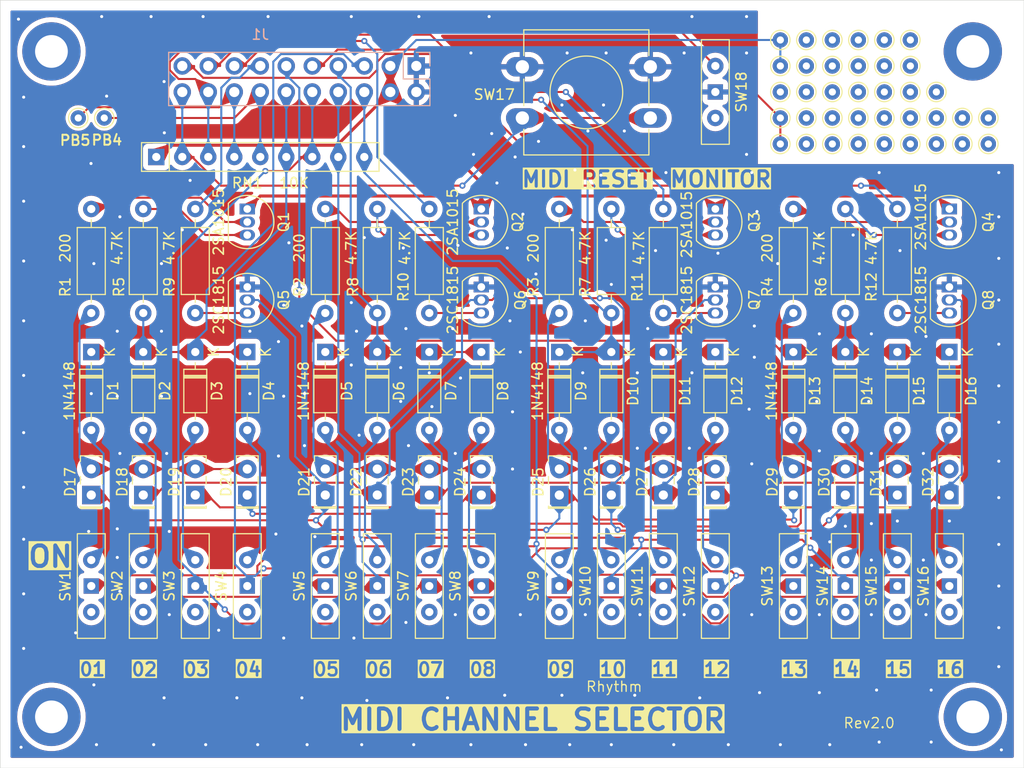
<source format=kicad_pcb>
(kicad_pcb (version 20240108) (generator "pcbnew") (generator_version "8.0")
  (layers (0 "F.Cu" signal) (31 "B.Cu" signal) (34 "B.Paste" user) (35 "F.Paste" user) (36 "B.SilkS" user "B.Silkscreen") (37 "F.SilkS" user "F.Silkscreen") (38 "B.Mask" user) (39 "F.Mask" user) (44 "Edge.Cuts" user))
  (net 0 "")
  (net 1 "GND")
  (net 2 "Net-(RN1-R1)")
  (net 3 "GPIOA0")
  (net 4 "Net-(D1-A)")
  (net 5 "Net-(D2-A)")
  (net 6 "GPIOA1")
  (net 7 "GPIOA2")
  (net 8 "Net-(D3-A)")
  (net 9 "Net-(D4-A)")
  (net 10 "GPIOA3")
  (net 11 "Net-(D5-A)")
  (net 12 "Net-(D6-A)")
  (net 13 "Net-(D7-A)")
  (net 14 "Net-(D8-A)")
  (net 15 "Net-(D9-A)")
  (net 16 "Net-(D10-A)")
  (net 17 "Net-(D11-A)")
  (net 18 "Net-(D12-A)")
  (net 19 "Net-(D13-A)")
  (net 20 "Net-(D14-A)")
  (net 21 "Net-(D15-A)")
  (net 22 "Net-(D16-A)")
  (net 23 "Net-(D17-A)")
  (net 24 "Net-(D17-K)")
  (net 25 "Net-(D18-K)")
  (net 26 "Net-(D19-K)")
  (net 27 "Net-(D20-K)")
  (net 28 "Net-(D21-A)")
  (net 29 "Net-(D25-A)")
  (net 30 "Net-(D29-A)")
  (net 31 "GPIOA5")
  (net 32 "GPIOB1")
  (net 33 "GPIOB3")
  (net 34 "GPIOA6")
  (net 35 "VCC")
  (net 36 "GPIOA4")
  (net 37 "GPIOA7")
  (net 38 "Net-(RN1-R4)")
  (net 39 "GPIOB2")
  (net 40 "GPIOB0")
  (net 41 "Net-(RN1-R3)")
  (net 42 "Net-(RN1-R2)")
  (net 43 "Net-(Q1-B)")
  (net 44 "Net-(Q2-B)")
  (net 45 "Net-(Q3-B)")
  (net 46 "Net-(Q4-B)")
  (net 47 "Net-(Q1-C)")
  (net 48 "Net-(Q2-C)")
  (net 49 "Net-(Q3-C)")
  (net 50 "Net-(Q4-C)")
  (net 51 "Net-(Q5-B)")
  (net 52 "Net-(Q6-B)")
  (net 53 "Net-(Q7-B)")
  (net 54 "Net-(Q8-B)")
  (footprint "Button_Switch_THT:SW_Slide-03_Wuerth-WS-SLTV_10x2.5x6.4_P2.54mm" (layer "F.Cu") (at 103.69 100.22 -90)
    (property "Reference" "SW10")
    (property "Value" "CH10")
  )
  (footprint "Package_TO_SOT_THT:TO-92_Inline" (layer "F.Cu") (at 136.71 63.39 -90)
    (property "Reference" "Q4")
    (property "Value" "2SA1015")
  )
  (footprint "TestPoint:TestPoint_THTPad_D1.5mm_Drill0.7mm" (layer "F.Cu") (at 125.28 46.88)
    (property "Reference" "TP3" (hide yes))
    (property "Value" "TestPoint_THTPad_D1.5mm_Drill0.7mm" (hide yes))
  )
  (footprint "LED_THT:LED_Rectangular_W5.0mm_H2.0mm" (layer "F.Cu") (at 103.69 91.33 90)
    (property "Reference" "D26")
    (property "Value" "CH10")
  )
  (footprint "Package_TO_SOT_THT:TO-92_Inline" (layer "F.Cu") (at 68.13 71.01 -90)
    (property "Reference" "Q5")
    (property "Value" "2SC1815")
  )
  (footprint "TestPoint:TestPoint_THTPad_D1.5mm_Drill0.7mm" (layer "F.Cu") (at 135.44 51.96)
    (property "Reference" "TP19" (hide yes))
    (property "Value" "TestPoint_THTPad_D1.5mm_Drill0.7mm" (hide yes))
  )
  (footprint "Resistor_THT:R_Axial_DIN0207_L6.3mm_D2.5mm_P10.16mm_Horizontal" (layer "F.Cu") (at 103.69 73.55 90)
    (property "Reference" "R7")
    (property "Value" "4.7K")
  )
  (footprint "Diode_THT:D_DO-35_SOD27_P7.62mm_Horizontal" (layer "F.Cu") (at 52.89 77.36 -90)
    (property "Reference" "D1")
    (property "Value" "1N4148")
  )
  (footprint "Diode_THT:D_DO-35_SOD27_P7.62mm_Horizontal" (layer "F.Cu") (at 103.69 77.36 -90)
    (property "Reference" "D10")
    (property "Value" "1N4148")
  )
  (footprint "TestPoint:TestPoint_THTPad_D1.5mm_Drill0.7mm" (layer "F.Cu") (at 137.98 54.5)
    (property "Reference" "TP27" (hide yes))
    (property "Value" "TestPoint_THTPad_D1.5mm_Drill0.7mm" (hide yes))
  )
  (footprint "TestPoint:TestPoint_THTPad_D1.5mm_Drill0.7mm" (layer "F.Cu") (at 140.52 57.04)
    (property "Reference" "TP37" (hide yes))
    (property "Value" "TestPoint_THTPad_D1.5mm_Drill0.7mm" (hide yes))
  )
  (footprint "Resistor_THT:R_Axial_DIN0207_L6.3mm_D2.5mm_P10.16mm_Horizontal" (layer "F.Cu") (at 108.77 63.39 -90)
    (property "Reference" "R11")
    (property "Value" "4.7K")
  )
  (footprint "Diode_THT:D_DO-35_SOD27_P7.62mm_Horizontal" (layer "F.Cu") (at 63.05 77.36 -90)
    (property "Reference" "D3")
    (property "Value" "1N4148")
  )
  (footprint "LED_THT:LED_Rectangular_W5.0mm_H2.0mm" (layer "F.Cu") (at 80.83 91.33 90)
    (property "Reference" "D22")
    (property "Value" "CH6")
  )
  (footprint "TestPoint:TestPoint_THTPad_D1.5mm_Drill0.7mm" (layer "F.Cu") (at 122.74 51.96)
    (property "Reference" "TP14" (hide yes))
    (property "Value" "TestPoint_THTPad_D1.5mm_Drill0.7mm" (hide yes))
  )
  (footprint "TestPoint:TestPoint_THTPad_D1.5mm_Drill0.7mm" (layer "F.Cu") (at 120.2 49.42)
    (property "Reference" "TP7" (hide yes))
    (property "Value" "TestPoint_THTPad_D1.5mm_Drill0.7mm" (hide yes))
  )
  (footprint "LED_THT:LED_Rectangular_W5.0mm_H2.0mm" (layer "F.Cu") (at 85.91 91.33 90)
    (property "Reference" "D23")
    (property "Value" "CH7")
  )
  (footprint "TestPoint:TestPoint_THTPad_D1.5mm_Drill0.7mm" (layer "F.Cu") (at 132.9 51.96)
    (property "Reference" "TP18" (hide yes))
    (property "Value" "TestPoint_THTPad_D1.5mm_Drill0.7mm" (hide yes))
  )
  (footprint "TestPoint:TestPoint_THTPad_D1.5mm_Drill0.7mm" (layer "F.Cu") (at 130.36 49.42)
    (property "Reference" "TP11" (hide yes))
    (property "Value" "TestPoint_THTPad_D1.5mm_Drill0.7mm" (hide yes))
  )
  (footprint "Diode_THT:D_DO-35_SOD27_P7.62mm_Horizontal" (layer "F.Cu") (at 121.47 77.36 -90)
    (property "Reference" "D13")
    (property "Value" "1N4148")
  )
  (footprint "Resistor_THT:R_Axial_DIN0207_L6.3mm_D2.5mm_P10.16mm_Horizontal" (layer "F.Cu") (at 63.05 63.39 -90)
    (property "Reference" "R9")
    (property "Value" "4.7K")
  )
  (footprint "Button_Switch_THT:SW_Slide-03_Wuerth-WS-SLTV_10x2.5x6.4_P2.54mm" (layer "F.Cu") (at 80.83 100.22 -90)
    (property "Reference" "SW6")
    (property "Value" "CH6")
  )
  (footprint "LED_THT:LED_Rectangular_W5.0mm_H2.0mm" (layer "F.Cu") (at 90.99 91.33 90)
    (property "Reference" "D24")
    (property "Value" "CH8")
  )
  (footprint "TestPoint:TestPoint_THTPad_D1.5mm_Drill0.7mm" (layer "F.Cu") (at 135.44 54.5)
    (property "Reference" "TP26" (hide yes))
    (property "Value" "TestPoint_THTPad_D1.5mm_Drill0.7mm" (hide yes))
  )
  (footprint "TestPoint:TestPoint_THTPad_D1.5mm_Drill0.7mm" (layer "F.Cu") (at 130.36 54.5)
    (property "Reference" "TP24" (hide yes))
    (property "Value" "TestPoint_THTPad_D1.5mm_Drill0.7mm" (hide yes))
  )
  (footprint "TestPoint:TestPoint_THTPad_D1.5mm_Drill0.7mm" (layer "F.Cu") (at 125.28 54.5)
    (property "Reference" "TP22" (hide yes))
    (property "Value" "TestPoint_THTPad_D1.5mm_Drill0.7mm" (hide yes))
  )
  (footprint "Diode_THT:D_DO-35_SOD27_P7.62mm_Horizontal" (layer "F.Cu") (at 108.77 77.36 -90)
    (property "Reference" "D11")
    (property "Value" "1N4148")
  )
  (footprint "TestPoint:TestPoint_THTPad_D1.5mm_Drill0.7mm" (layer "F.Cu") (at 122.74 49.42)
    (property "Reference" "TP8" (hide yes))
    (property "Value" "TestPoint_THTPad_D1.5mm_Drill0.7mm" (hide yes))
  )
  (footprint "Package_TO_SOT_THT:TO-92_Inline" (layer "F.Cu") (at 113.85 71.01 -90)
    (property "Reference" "Q7")
    (property "Value" "2SC1815")
  )
  (footprint "Button_Switch_THT:SW_Slide-03_Wuerth-WS-SLTV_10x2.5x6.4_P2.54mm" (layer "F.Cu") (at 63.05 100.22 -90)
    (property "Reference" "SW3")
    (property "Value" "CH3")
  )
  (footprint "Resistor_THT:R_Axial_DIN0207_L6.3mm_D2.5mm_P10.16mm_Horizontal" (layer "F.Cu") (at 98.61 73.55 90)
    (property "Reference" "R3")
    (property "Value" "200")
  )
  (footprint "Resistor_THT:R_Axial_DIN0207_L6.3mm_D2.5mm_P10.16mm_Horizontal" (layer "F.Cu") (at 126.55 73.55 90)
    (property "Reference" "R6")
    (property "Value" "4.7K")
  )
  (footprint "Diode_THT:D_DO-35_SOD27_P7.62mm_Horizontal" (layer "F.Cu") (at 57.97 77.36 -90)
    (property "Reference" "D2")
    (property "Value" "1N4148")
  )
  (footprint "Button_Switch_THT:SW_Slide-03_Wuerth-WS-SLTV_10x2.5x6.4_P2.54mm" (layer "F.Cu") (at 75.75 100.22 -90)
    (property "Reference" "SW5")
    (property "Value" "CH5")
  )
  (footprint "Resistor_THT:R_Axial_DIN0207_L6.3mm_D2.5mm_P10.16mm_Horizontal" (layer "F.Cu") (at 121.47 73.55 90)
    (property "Reference" "R4")
    (property "Value" "200")
  )
  (footprint "Package_TO_SOT_THT:TO-92_Inline" (layer "F.Cu") (at 90.99 63.39 -90)
    (property "Reference" "Q2")
    (property "Value" "2SA1015")
  )
  (footprint "TestPoint:TestPoint_THTPad_D1.5mm_Drill0.7mm" (layer "F.Cu") (at 132.9 54.5)
    (property "Reference" "TP25" (hide yes))
    (property "Value" "TestPoint_THTPad_D1.5mm_Drill0.7mm" (hide yes))
  )
  (footprint "Button_Switch_THT:SW_Slide-03_Wuerth-WS-SLTV_10x2.5x6.4_P2.54mm" (layer "F.Cu") (at 85.91 100.22 -90)
    (property "Reference" "SW7")
    (property "Value" "CH7")
  )
  (footprint "Diode_THT:D_DO-35_SOD27_P7.62mm_Horizontal" (layer "F.Cu") (at 75.75 77.36 -90)
    (property "Reference" "D5")
    (property "Value" "1N4148")
  )
  (footprint "Package_TO_SOT_THT:TO-92_Inline" (layer "F.Cu") (at 90.99 71.01 -90)
    (property "Reference" "Q6")
    (property "Value" "2SC1815")
  )
  (footprint "Diode_THT:D_DO-35_SOD27_P7.62mm_Horizontal" (layer "F.Cu") (at 136.71 77.36 -90)
    (property "Reference" "D16")
    (property "Value" "1N4148")
  )
  (footprint "TestPoint:TestPoint_THTPad_D1.5mm_Drill0.7mm" (layer "F.Cu") (at 120.2 51.96)
    (property "Reference" "TP13" (hide yes))
    (property "Value" "TestPoint_THTPad_D1.5mm_Drill0.7mm" (hide yes))
  )
  (footprint "Button_Switch_THT:SW_Slide-03_Wuerth-WS-SLTV_10x2.5x6.4_P2.54mm" (layer "F.Cu") (at 108.77 100.22 -90)
    (property "Reference" "SW11")
    (property "Value" "CH11")
  )
  (footprint "MountingHole:MountingHole_3.2mm_M3_ISO7380_Pad" (layer "F.Cu") (at 139 48)
    (property "Reference" "REF2" (hide yes))
    (property "Value" "MountingHole_3.2mm_M3_ISO7380_Pad" (hide yes))
  )
  (footprint "TestPoint:TestPoint_THTPad_D1.5mm_Drill0.7mm" (layer "F.Cu") (at 127.82 54.5)
    (property "Reference" "TP23" (hide yes))
    (property "Value" "TestPoint_THTPad_D1.5mm_Drill0.7mm" (hide yes))
  )
  (footprint "LED_THT:LED_Rectangular_W5.0mm_H2.0mm" (layer "F.Cu") (at 108.77 91.33 90)
    (property "Reference" "D27")
    (property "Value" "CH11")
  )
  (footprint "MountingHole:MountingHole_3.2mm_M3_ISO7380_Pad" (layer "F.Cu") (at 49 48)
    (property "Reference" "REF1" (hide yes))
    (property "Value" "MountingHole_3.2mm_M3_ISO7380_Pad" (hide yes))
  )
  (footprint "Button_Switch_THT:SW_Slide-03_Wuerth-WS-SLTV_10x2.5x6.4_P2.54mm" (layer "F.Cu") (at 136.71 100.22 -90)
    (property "Reference" "SW16")
    (property "Value" "CH16")
  )
  (footprint "Package_TO_SOT_THT:TO-92_Inline" (layer "F.Cu") (at 113.85 63.39 -90)
    (property "Reference" "Q3")
    (property "Value" "2SA1015")
  )
  (footprint "TestPoint:TestPoint_THTPad_D1.5mm_Drill0.7mm" (layer "F.Cu") (at 140.52 54.5)
    (property "Reference" "TP28" (hide yes))
    (property "Value" "TestPoint_THTPad_D1.5mm_Drill0.7mm" (hide yes))
  )
  (footprint "TestPoint:TestPoint_THTPad_D1.5mm_Drill0.7mm" (layer "F.Cu") (at 130.36 46.88)
    (property "Reference" "TP5" (hide yes))
    (property "Value" "TestPoint_THTPad_D1.5mm_Drill0.7mm" (hide yes))
  )
  (footprint "Diode_THT:D_DO-35_SOD27_P7.62mm_Horizontal" (layer "F.Cu") (at 113.85 77.36 -90)
    (property "Reference" "D12")
    (property "Value" "1N4148")
  )
  (footprint "Button_Switch_THT:SW_Slide-03_Wuerth-WS-SLTV_10x2.5x6.4_P2.54mm" (layer "F.Cu") (at 121.47 100.22 -90)
    (property "Reference" "SW13")
    (property "Value" "CH13")
  )
  (footprint "Resistor_THT:R_Axial_DIN0207_L6.3mm_D2.5mm_P10.16mm_Horizontal" (layer "F.Cu") (at 80.83 73.55 90)
    (property "Reference" "R8")
    (property "Value" "4.7K")
  )
  (footprint "Diode_THT:D_DO-35_SOD27_P7.62mm_Horizontal" (layer "F.Cu") (at 90.99 77.36 -90)
    (property "Reference" "D8")
    (property "Value" "1N4148")
  )
  (footprint "TestPoint:TestPoint_THTPad_D1.5mm_Drill0.7mm" (layer "F.Cu") (at 135.44 57.04)
    (property "Reference" "TP35" (hide yes))
    (property "Value" "TestPoint_THTPad_D1.5mm_Drill0.7mm" (hide yes))
  )
  (footprint "LED_THT:LED_Rectangular_W5.0mm_H2.0mm" (layer "F.Cu") (at 131.63 91.33 90)
    (property "Reference" "D31")
    (property "Value" "CH15")
  )
  (footprint "TestPoint:TestPoint_THTPad_D1.5mm_Drill0.7mm" (layer "F.Cu") (at 120.2 46.88)
    (property "Reference" "TP1" (hide yes))
    (property "Value" "TestPoint_THTPad_D1.5mm_Drill0.7mm" (hide yes))
  )
  (footprint "TestPoint:TestPoint_THTPad_D1.5mm_Drill0.7mm" (layer "F.Cu") (at 127.82 51.96)
    (property "Reference" "TP16" (hide yes))
    (property "Value" "TestPoint_THTPad_D1.5mm_Drill0.7mm" (hide yes))
  )
  (footprint "Resistor_THT:R_Axial_DIN0207_L6.3mm_D2.5mm_P10.16mm_Horizontal" (layer "F.Cu") (at 75.75 73.55 90)
    (property "Reference" "R2")
    (property "Value" "200")
  )
  (footprint "TestPoint:TestPoint_THTPad_D1.5mm_Drill0.7mm" (layer "F.Cu") (at 130.36 51.96)
    (property "Reference" "TP17" (hide yes))
    (property "Value" "TestPoint_THTPad_D1.5mm_Drill0.7mm" (hide yes))
  )
  (footprint "LED_THT:LED_Rectangular_W5.0mm_H2.0mm" (layer "F.Cu") (at 113.85 91.33 90)
    (property "Reference" "D28")
    (property "Value" "CH12")
  )
  (footprint "LED_THT:LED_Rectangular_W5.0mm_H2.0mm" (layer "F.Cu") (at 75.75 91.33 90)
    (property "Reference" "D21")
    (property "Value" "CH5")
  )
  (footprint "LED_THT:LED_Rectangular_W5.0mm_H2.0mm" (layer "F.Cu") (at 52.89 91.33 90)
    (property "Reference" "D17")
    (property "Value" "CH1")
  )
  (footprint "TestPoint:TestPoint_THTPad_D1.5mm_Drill0.7mm" (layer "F.Cu") (at 137.98 57.04)
    (property "Reference" "TP36" (hide yes))
    (property "Value" "TestPoint_THTPad_D1.5mm_Drill0.7mm" (hide yes))
  )
  (footprint "Resistor_THT:R_Axial_DIN0207_L6.3mm_D2.5mm_P10.16mm_Horizontal" (layer "F.Cu") (at 85.91 63.39 -90)
    (property "Reference" "R10")
    (property "Value" "4.7K")
  )
  (footprint "TestPoint:TestPoint_THTPad_D1.5mm_Drill0.7mm" (layer "F.Cu") (at 122.74 54.5)
    (property "Reference" "TP21" (hide yes))
    (property "Value" "TestPoint_THTPad_D1.5mm_Drill0.7mm" (hide yes))
  )
  (footprint "LED_THT:LED_Rectangular_W5.0mm_H2.0mm" (layer "F.Cu") (at 63.05 91.33 90)
    (property "Reference" "D19")
    (property "Value" "CH3")
  )
  (footprint "LED_THT:LED_Rectangular_W5.0mm_H2.0mm" (layer "F.Cu") (at 121.47 91.33 90)
    (property "Reference" "D29")
    (property "Value" "CH13")
  )
  (footprint "Diode_THT:D_DO-35_SOD27_P7.62mm_Horizontal" (layer "F.Cu") (at 68.13 77.36 -90)
    (property "Reference" "D4")
    (property "Value" "1N4148")
  )
  (footprint "Button_Switch_THT:SW_Slide-03_Wuerth-WS-SLTV_10x2.5x6.4_P2.54mm" (layer "F.Cu") (at 68.13 100.22 -90)
    (property "Reference" "SW4")
    (property "Value" "CH4")
  )
  (footprint "Resistor_THT:R_Axial_DIN0207_L6.3mm_D2.5mm_P10.16mm_Horizontal" (layer "F.Cu") (at 52.89 73.55 90)
    (property "Reference" "R1")
    (property "Value" "200")
  )
  (footprint "LED_THT:LED_Rectangular_W5.0mm_H2.0mm" (layer "F.Cu") (at 98.61 91.335 90)
    (property "Reference" "D25")
    (property "Value" "CH9")
  )
  (footprint "Button_Switch_THT:SW_Slide-03_Wuerth-WS-SLTV_10x2.5x6.4_P2.54mm" (layer "F.Cu") (at 57.97 100.22 -90)
    (property "Reference" "SW2")
    (property "Value" "CH2")
  )
  (footprint "TestPoint:TestPoint_THTPad_D1.5mm_Drill0.7mm" (layer "F.Cu") (at 125.28 57.04)
    (property "Reference" "TP31" (hide yes))
    (property "Value" "TestPoint_THTPad_D1.5mm_Drill0.7mm" (hide yes))
  )
  (footprint "TestPoint:TestPoint_THTPad_D1.5mm_Drill0.7mm" (layer "F.Cu") (at 125.28 49.42)
    (property "Reference" "TP9" (hide yes))
    (property "Value" "TestPoint_THTPad_D1.5mm_Drill0.7mm" (hide yes))
  )
  (footprint "Button_Switch_THT:SW_Slide-03_Wuerth-WS-SLTV_10x2.5x6.4_P2.54mm" (layer "F.Cu") (at 98.61 100.225 -90)
    (property "Reference" "SW9")
    (property "Value" "CH9")
  )
  (footprint "LED_THT:LED_Rectangular_W5.0mm_H2.0mm" (layer "F.Cu") (at 57.97 91.33 90)
    (property "Reference" "D18")
    (property "Value" "CH2")
  )
  (footprint "Button_Switch_THT:SW_Slide-03_Wuerth-WS-SLTV_10x2.5x6.4_P2.54mm" (layer "F.Cu") (at 52.89 100.22 -90)
    (property "Reference" "SW1")
    (property "Value" "CH1")
  )
  (footprint "Diode_THT:D_DO-35_SOD27_P7.62mm_Horizontal" (layer "F.Cu") (at 80.83 77.36 -90)
    (property "Reference" "D6")
    (property "Value" "1N4148")
  )
  (footprint "Button_Switch_THT:SW_Slide-03_Wuerth-WS-SLTV_10x2.5x6.4_P2.54mm" (layer "F.Cu") (at 126.55 100.22 -90)
    (property "Reference" "SW14")
    (property "Value" "CH14")
  )
  (footprint "Package_TO_SOT_THT:TO-92_Inline" (layer "F.Cu") (at 68.13 63.39 -90)
    (property "Reference" "Q1")
    (property "Value" "2SA1015")
  )
  (footprint "Button_Switch_THT:SW_Slide-03_Wuerth-WS-SLTV_10x2.5x6.4_P2.54mm" (layer "F.Cu") (at 113.85 51.96 -90)
    (property "Reference" "SW18")
    (property "Value" "MONITOR")
  )
  (footprint "TestPoint:TestPoint_THTPad_D1.5mm_Drill0.7mm" (layer "F.Cu") (at 125.28 51.96)
    (property "Reference" "TP15" (hide yes))
    (property "Value" "TestPoint_THTPad_D1.5mm_Drill0.7mm" (hide yes))
  )
  (footprint "TestPoint:TestPoint_THTPad_D1.5mm_Drill0.7mm" (layer "F.Cu") (at 122.74 46.88)
    (property "Reference" "TP2" (hide yes))
    (property "Value" "TestPoint_THTPad_D1.5mm_Drill0.7mm" (hide yes))
  )
  (footprint "Button_Switch_THT:SW_Slide-03_Wuerth-WS-SLTV_10x2.5x6.4_P2.54mm" (layer "F.Cu") (at 90.99 100.22 -90)
    (property "Reference" "SW8")
    (property "Value" "CH8")
  )
  (footprint "TestPoint:TestPoint_THTPad_D1.5mm_Drill0.7mm" (layer "F.Cu") (at 127.82 46.88)
    (property "Reference" "TP4" (hide yes))
    (property "Value" "TestPoint_THTPad_D1.5mm_Drill0.7mm" (hide yes))
  )
  (footprint "TestPoint:TestPoint_THTPad_D1.5mm_Drill0.7mm" (layer "F.Cu") (at 51.62 54.5)
    (property "Reference" "TP38" (hide yes))
    (property "Value" "TestPoint_THTPad_D1.5mm_Drill0.7mm" (hide yes))
  )
  (footprint "LED_THT:LED_Rectangular_W5.0mm_H2.0mm" (layer "F.Cu") (at 68.13 91.33 90)
    (property "Reference" "D20")
    (property "Value" "CH4")
  )
  (footprint "TestPoint:TestPoint_THTPad_D1.5mm_Drill0.7mm" (layer "F.Cu") (at 120.2 54.5)
    (property "Reference" "TP20" (hide yes))
    (property "Value" "TestPoint_THTPad_D1.5mm_Drill0.7mm" (hide yes))
  )
  (footprint "LED_THT:LED_Rectangular_W5.0mm_H2.0mm" (layer "F.Cu") (at 136.71 91.33 90)
    (property "Reference" "D32")
    (property "Value" "CH16")
  )
  (footprint "TestPoint:TestPoint_THTPad_D1.5mm_Drill0.7mm" (layer "F.Cu") (at 127.82 49.42)
    (property "Reference" "TP10" (hide yes))
    (property "Value" "TestPoint_THTPad_D1.5mm_Drill0.7mm" (hide yes))
  )
  (footprint "LED_THT:LED_Rectangular_W5.0mm_H2.0mm" (layer "F.Cu") (at 126.55 91.33 90)
    (property "Reference" "D30")
    (property "Value" "CH14")
  )
  (footprint "Diode_THT:D_DO-35_SOD27_P7.62mm_Horizontal" (layer "F.Cu") (at 131.63 77.36 -90)
    (property "Reference" "D15")
    (property "Value" "1N4148")
  )
  (footprint "MountingHole:MountingHole_3.2mm_M3_ISO7380_Pad" (layer "F.Cu") (at 49 113)
    (property "Reference" "REF3" (hide yes))
    (property "Value" "MountingHole_3.2mm_M3_ISO7380_Pad" (hide yes))
  )
  (footprint "TestPoint:TestPoint_THTPad_D1.5mm_Drill0.7mm" (layer "F.Cu") (at 54.16 54.5)
    (property "Reference" "TP39" (hide yes))
    (property "Value" "TestPoint_THTPad_D1.5mm_Drill0.7mm" (hide yes))
  )
  (footprint "Button_Switch_THT:SW_Slide-03_Wuerth-WS-SLTV_10x2.5x6.4_P2.54mm" (layer "F.Cu") (at 113.85 100.22 -90)
    (property "Reference" "SW12")
    (property "Value" "CH12")
  )
  (footprint "Package_TO_SOT_THT:TO-92_Inline" (layer "F.Cu") (at 136.71 71.01 -90)
    (property "Reference" "Q8")
    (property "Value" "2SC1815")
  )
  (footprint "TestPoint:TestPoint_THTPad_D1.5mm_Drill0.7mm" (layer "F.Cu") (at 122.74 57.04)
    (property "Reference" "TP30" (hide yes))
    (property "Value" "TestPoint_THTPad_D1.5mm_Drill0.7mm" (hide yes))
  )
  (footprint "Button_Switch_THT:SW_Slide-03_Wuerth-WS-SLTV_10x2.5x6.4_P2.54mm" (layer "F.Cu") (at 131.63 100.22 -90)
    (property "Reference" "SW15")
    (property "Value" "CH15")
  )
  (footprint "Resistor_THT:R_Axial_DIN0207_L6.3mm_D2.5mm_P10.16mm_Horizontal" (layer "F.Cu") (at 131.63 63.39 -90)
    (property "Reference" "R12")
    (property "Value" "4.7K")
  )
  (footprint "TestPoint:TestPoint_THTPad_D1.5mm_Drill0.7mm" (layer "F.Cu") (at 132.9 49.42)
    (property "Reference" "TP12" (hide yes))
    (property "Value" "TestPoint_THTPad_D1.5mm_Drill0.7mm" (hide yes))
  )
  (footprint "Resistor_THT:R_Axial_DIN0207_L6.3mm_D2.5mm_P10.16mm_Horizontal" (layer "F.Cu") (at 57.97 73.55 90)
    (property "Reference" "R5")
    (property "Value" "4.7K")
  )
  (footprint "MountingHole:MountingHole_3.2mm_M3_ISO7380_Pad" (layer "F.Cu") (at 139 113)
    (property "Reference" "REF4" (hide yes))
    (property "Value" "MountingHole_3.2mm_M3_ISO7380_Pad" (hide yes))
  )
  (footprint "Button_Switch_THT:SW_PUSH-12mm" (layer "F.Cu") (at 95 49.5)
    (property "Reference" "SW17")
    (property "Value" "MIDI RESET")
  )
  (footprint "TestPoint:TestPoint_THTPad_D1.5mm_Drill0.7mm" (layer "F.Cu") (at 120.2 57.04)
    (property "Reference" "TP29" (hide yes))
    (property "Value" "TestPoint_THTPad_D1.5mm_Drill0.7mm" (hide yes))
  )
  (footprint "TestPoint:TestPoint_THTPad_D1.5mm_Drill0.7mm" (layer "F.Cu") (at 132.9 46.88)
    (property "Reference" "TP6" (hide yes))
    (property "Value" "TestPoint_THTPad_D1.5mm_Drill0.7mm" (hide yes))
  )
  (footprint "TestPoint:TestPoint_THTPad_D1.5mm_Drill0.7mm" (layer "F.Cu") (at 132.9 57.04)
    (property "Reference" "TP34" (hide yes))
    (property "Value" "TestPoint_THTPad_D1.5mm_Drill0.7mm" (hide yes))
  )
  (footprint "TestPoint:TestPoint_THTPad_D1.5mm_Drill0.7mm" (layer "F.Cu") (at 130.36 57.04)
    (property "Reference" "TP33" (hide yes))
    (property "Value" "TestPoint_THTPad_D1.5mm_Drill0.7mm" (hide yes))
  )
  (footprint "Diode_THT:D_DO-35_SOD27_P7.62mm_Horizontal" (layer "F.Cu") (at 85.91 77.36 -90)
    (property "Reference" "D7")
    (property "Value" "1N4148")
  )
  (footprint "Diode_THT:D_DO-35_SOD27_P7.62mm_Horizontal" (layer "F.Cu") (at 126.55 77.36 -90)
    (property "Reference" "D14")
    (property "Value" "1N4148")
  )
  (footprint "Resistor_THT:R_Array_SIP9" (layer "F.Cu") (at 59.24 58.31)
    (property "Reference" "RN1")
    (property "Value" "10K")
  )
  (footprint "Diode_THT:D_DO-35_SOD27_P7.62mm_Horizontal" (layer "F.Cu") (at 98.61 77.365 -90)
    (property "Reference" "D9")
    (property "Value" "1N4148")
  )
  (footprint "TestPoint:TestPoint_THTPad_D1.5mm_Drill0.7mm" (layer "F.Cu") (at 127.82 57.04)
    (property "Reference" "TP32" (hide yes))
    (property "Value" "TestPoint_THTPad_D1.5mm_Drill0.7mm" (hide yes))
  )
  (footprint "Connector_PinSocket_2.54mm:PinSocket_2x10_P2.54mm_Vertical" (layer "B.Cu") (at 84.64 49.42 90)
    (property "Reference" "J1")
    (property "Value" "F_GPIO")
  )
  (gr_rect (start 44 43) (end 144 118) (stroke (width 0.05)) (fill none) (layer "Edge.Cuts"))
  (gr_text "MIDI CHANNEL SELECTOR" (at 77.02 114.444 0) (layer "F.SilkS" knockout) (effects (font (size 2 2) (thickness 0.4) (bold yes)) (justify left bottom)))
  (gr_text "06" (at 79.56 109.11 0) (layer "F.SilkS" knockout) (effects (font (size 1.27 1.27) (thickness 0.254) (bold yes)) (justify left bottom)))
  (gr_text "Rhythm" (at 101.15 110.634 0) (layer "F.SilkS") (effects (font (size 1 1) (thickness 0.125)) (justify left bottom)))
  (gr_text "PB5" (at 49.715 57.2686 0) (layer "F.SilkS") (effects (font (size 1 1) (thickness 0.1875)) (justify left bottom)))
  (gr_text "07" (at 84.64 109.11 0) (layer "F.SilkS" knockout) (effects (font (size 1.27 1.27) (thickness 0.254) (bold yes)) (justify left bottom)))
  (gr_text "04" (at 66.86 109.11 0) (layer "F.SilkS" knockout) (effects (font (size 1.27 1.27) (thickness 0.254) (bold yes)) (justify left bottom)))
  (gr_text "05" (at 74.48 109.11 0) (layer "F.SilkS" knockout) (effects (font (size 1.27 1.27) (thickness 0.254) (bold yes)) (justify left bottom)))
  (gr_text "16" (at 135.44 109.11 0) (layer "F.SilkS" knockout) (effects (font (size 1.27 1.27) (thickness 0.254) (bold yes)) (justify left bottom)))
  (gr_text "Rev2.0" (at 126.296 114.19 0) (layer "F.SilkS") (effects (font (size 1 1) (thickness 0.125)) (justify left bottom)))
  (gr_text "15" (at 130.36 109.11 0) (layer "F.SilkS" knockout) (effects (font (size 1.27 1.27) (thickness 0.254) (bold yes)) (justify left bottom)))
  (gr_text "13" (at 120.2 109.11 0) (layer "F.SilkS" knockout) (effects (font (size 1.27 1.27) (thickness 0.254) (bold yes)) (justify left bottom)))
  (gr_text "01" (at 51.62 109.11 0) (layer "F.SilkS" knockout) (effects (font (size 1.27 1.27) (thickness 0.254) (bold yes)) (justify left bottom)))
  (gr_text "14" (at 125.28 109.11 0) (layer "F.SilkS" knockout) (effects (font (size 1.27 1.27) (thickness 0.254) (bold yes)) (justify left bottom)))
  (gr_text "10" (at 102.42 109.11 0) (layer "F.SilkS" knockout) (effects (font (size 1.27 1.27) (thickness 0.254) (bold yes)) (justify left bottom)))
  (gr_text "PB4" (at 52.8138 57.2432 0) (layer "F.SilkS") (effects (font (size 1 1) (thickness 0.1875)) (justify left bottom)))
  (gr_text "11" (at 107.5 109.11 0) (layer "F.SilkS" knockout) (effects (font (size 1.27 1.27) (thickness 0.254) (bold yes)) (justify left bottom)))
  (gr_text "09" (at 97.34 109.11 0) (layer "F.SilkS" knockout) (effects (font (size 1.27 1.27) (thickness 0.254) (bold yes)) (justify left bottom)))
  (gr_text "MIDI RESET" (at 94.8 61.358 0) (layer "F.SilkS" knockout) (effects (font (size 1.5 1.5) (thickness 0.3) (bold yes)) (justify left bottom)))
  (gr_text "03" (at 61.78 109.11 0) (layer "F.SilkS" knockout) (effects (font (size 1.27 1.27) (thickness 0.254) (bold yes)) (justify left bottom)))
  (gr_text "ON" (at 46.54 98.52 0) (layer "F.SilkS" knockout) (effects (font (size 2 2) (thickness 0.4) (bold yes)) (justify left bottom)))
  (gr_text "08" (at 89.72 109.11 0) (layer "F.SilkS" knockout) (effects (font (size 1.27 1.27) (thickness 0.254) (bold yes)) (justify left bottom)))
  (gr_text "12" (at 112.58 109.11 0) (layer "F.SilkS" knockout) (effects (font (size 1.27 1.27) (thickness 0.254) (bold yes)) (justify left bottom)))
  (gr_text "02" (at 56.7 109.11 0) (layer "F.SilkS" knockout) (effects (font (size 1.27 1.27) (thickness 0.254) (bold yes)) (justify left bottom)))
  (gr_text "MONITOR" (at 109.278 61.358 0) (layer "F.SilkS" knockout) (effects (font (size 1.5 1.5) (thickness 0.3) (bold yes)) (justify left bottom)))
  (segment (start 120.2 54.5) (end 120.2 57.04) (width 0.2) (layer "F.Cu") (net 1))
  (segment (start 117.66 51.96) (end 120.2 54.5) (width 0.2) (layer "F.Cu") (net 1))
  (segment (start 113.85 51.96) (end 117.66 51.96) (width 0.2) (layer "F.Cu") (net 1))
  (segment (start 90.99 71.01) (end 90.644 70.664) (width 0.2) (layer "F.Cu") (net 1))
  (segment (start 68.476 70.664) (end 68.13 71.01) (width 0.2) (layer "F.Cu") (net 1))
  (via (at 123.756 82.186) (size 0.6) (drill 0.3) (layers "F.Cu" "B.Cu") (net 1))
  (via (at 118.168 110.634) (size 0.6) (drill 0.3) (layers "F.Cu" "B.Cu") (net 1))
  (via (at 123.248 98.188) (size 0.6) (drill 0.3) (layers "F.Cu" "B.Cu") (net 1))
  (via (at 53.906 44.594) (size 0.6) (drill 0.3) (layers "F.Cu" "B.Cu") (net 1))
  (via (at 73.718 86.504) (size 0.6) (drill 0.3) (layers "F.Cu" "B.Cu") (net 1))
  (via (at 134.424 75.836) (size 0.6) (drill 0.3) (layers "F.Cu" "B.Cu") (net 1))
  (via (at 98.864 110.888) (size 0.6) (drill 0.3) (layers "F.Cu" "B.Cu") (net 1))
  (via (at 83.624 75.074) (size 0.6) (drill 0.3) (layers "F.Cu" "B.Cu") (net 1))
  (via (at 51.366 104.792) (size 0.6) (drill 0.3) (layers "F.Cu" "B.Cu") (net 1))
  (via (at 95.308 115.714) (size 0.6) (drill 0.3) (layers "F.Cu" "B.Cu") (net 1))
  (via (at 46.286 90.568) (size 0.6) (drill 0.3) (layers "F.Cu" "B.Cu") (net 1))
  (via (at 141.536 84.218) (size 0.6) (drill 0.3) (layers "F.Cu" "B.Cu") (net 1))
  (via (at 94.8 103.014) (size 0.6) (drill 0.3) (layers "F.Cu" "B.Cu") (net 1))
  (via (at 100.896 79.392) (size 0.6) (drill 0.3) (layers "F.Cu" "B.Cu") (net 1))
  (via (at 129.09 94.124) (size 0.6) (drill 0.3) (layers "F.Cu" "B.Cu") (net 1))
  (via (at 70.924 95.14) (size 0.6) (drill 0.3) (layers "F.Cu" "B.Cu") (net 1))
  (via (at 68.384 81.424) (size 0.6) (drill 0.3) (layers "F.Cu" "B.Cu") (net 1))
  (via (at 129.598 110.38) (size 0.6) (drill 0.3) (layers "F.Cu" "B.Cu") (net 1))
  (via (at 134.424 103.014) (size 0.6) (drill 0.3) (layers "F.Cu" "B.Cu") (net 1))
  (via (at 116.898 44.594) (size 0.6) (drill 0.3) (layers "F.Cu" "B.Cu") (net 1))
  (via (at 141.536 80.662) (size 0.6) (drill 0.3) (layers "F.Cu" "B.Cu") (net 1))
  (via (at 141.536 72.28) (size 0.6) (drill 0.3) (layers "F.Cu" "B.Cu") (net 1))
  (via (at 78.29 72.534) (size 0.6) (drill 0.3) (layers "F.Cu" "B.Cu") (net 1))
  (via (at 55.43 94.632) (size 0.6) (drill 0.3) (layers "F.Cu" "B.Cu") (net 1))
  (via (at 60.0274 55.9478) (size 0.6) (drill 0.3) (layers "F.Cu" "B.Cu") (net 1))
  (via (at 101.15 103.014) (size 0.6) (drill 0.3) (layers "F.Cu" "B.Cu") (net 1))
  (via (at 62.542 60.596) (size 0.6) (drill 0.3) (layers "F.Cu" "B.Cu") (net 1))
  (via (at 55.43 75.328) (size 0.6) (drill 0.3) (layers "F.Cu" "B.Cu") (net 1))
  (via (at 103.69 115.714) (size 0.6) (drill 0.3) (layers "F.Cu" "B.Cu") (net 1))
  (via (at 106.23 86.758) (size 0.6) (drill 0.3) (layers "F.Cu" "B.Cu") (net 1))
  (via (at 60.002 111.142) (size 0.6) (drill 0.3) (layers "F.Cu" "B.Cu") (net 1))
  (via (at 129.09 75.582) (size 0.6) (drill 0.3) (layers "F.Cu" "B.Cu") (net 1))
  (via (at 101.15 74.312) (size 0.6) (drill 0.3) (layers "F.Cu" "B.Cu") (net 1))
  (via (at 94.038 88.79) (size 0.6) (drill 0.3) (layers "F.Cu" "B.Cu") (net 1))
  (via (at 101.404 55.77) (size 0.6) (drill 0.3) (layers "F.Cu" "B.Cu") (net 1))
  (via (at 103.69 70.756) (size 0.6) (drill 0.3) (layers "F.Cu" "B.Cu") (net 1))
  (via (at 95.054 63.898) (size 0.6) (drill 0.3) (layers "F.Cu" "B.Cu") (net 1))
  (via (at 91.752 44.594) (size 0.6) (drill 0.3) (layers "F.Cu" "B.Cu") (net 1))
  (via (at 105.976 110.888) (size 0.6) (drill 0.3) (layers "F.Cu" "B.Cu") (net 1))
  (via (at 71.686 72.788) (size 0.6) (drill 0.3) (layers "F.Cu" "B.Cu") (net 1))
  (via (at 46.286 106.316) (size 0.6) (drill 0.3) (layers "F.Cu" "B.Cu") (net 1))
  (via (at 79.56 66.184) (size 0.6) (drill 0.3) (layers "F.Cu" "B.Cu") (net 1))
  (via (at 64.066 115.714) (size 0.6) (drill 0.3) (layers "F.Cu" "B.Cu") (net 1))
  (via (at 71.178 76.344) (size 0.6) (drill 0.3) (layers "F.Cu" "B.Cu") (net 1))
  (via (at 125.026 115.714) (size 0.6) (drill 0.3) (layers "F.Cu" "B.Cu") (net 1))
  (via (at 109.786 115.714) (size 0.6) (drill 0.3) (layers "F.Cu" "B.Cu") (net 1))
  (via (at 55.684 100.728) (size 0.6) (drill 0.3) (layers "F.Cu" "B.Cu") (net 1))
  (via (at 116.898 58.056) (size 0.6) (drill 0.3) (layers "F.Cu" "B.Cu") (net 1))
  (via (at 52.636 94.886) (size 0.6) (drill 0.3) (layers "F.Cu" "B.Cu") (net 1))
  (via (at 83.878 86.504) (size 0.6) (drill 0.3) (layers "F.Cu" "B.Cu") (net 1))
  (via (at 70.162 44.594) (size 0.6) (drill 0.3) (layers "F.Cu" "B.Cu") (net 1))
  (via (at 105.468 60.088) (size 0.6) (drill 0.3) (layers "F.Cu" "B.Cu") (net 1))
  (via (at 99.88 65.422) (size 0.6) (drill 0.3) (layers "F.Cu" "B.Cu") (net 1))
  (via (at 86.164 82.694) (size 0.6) (drill 0.3) (layers "F.Cu" "B.Cu") (net 1))
  (via (at 112.326 111.142) (size 0.6) (drill 0.3) (layers "F.Cu" "B.Cu") (net 1))
  (via (at 46.032 115.968) (size 0.6) (drill 0.3) (layers "F.Cu" "B.Cu") (net 1))
  (via (at 53.144 109.872) (size 0.6) (drill 0.3) (layers "F.Cu" "B.Cu") (net 1))
  (via (at 94.292 58.31) (size 0.6) (drill 0.3) (layers "F.Cu" "B.Cu") (net 1))
  (via (at 58.986 115.714) (size 0.6) (drill 0.3) (layers "F.Cu" "B.Cu") (net 1))
  (via (at 55.43 81.678) (size 0.6) (drill 0.3) (layers "F.Cu" "B.Cu") (net 1))
  (via (at 53.398 115.714) (size 0.6) (drill 0.3) (layers "F.Cu" "B.Cu") (net 1))
  (via (at 141.536 64.152) (size 0.6) (drill 0.3) (layers "F.Cu" "B.Cu") (net 1))
  (via (at 88.45 87.266) (size 0.6) (drill 0.3) (layers "F.Cu" "B.Cu") (net 1))
  (via (at 104.96 55.77) (size 0.6) (drill 0.3) (layers "F.Cu" "B.Cu") (net 1))
  (via (at 94.038 83.202) (size 0.6) (drill 0.3) (layers "F.Cu" "B.Cu") (net 1))
  (via (at 128.836 82.186) (size 0.6) (drill 0.3) (layers "F.Cu" "B.Cu") (net 1))
  (via (at 134.932 115.46) (size 0.6) (drill 0.3) (layers "F.Cu" "B.Cu") (net 1))
  (via (at 88.45 103.014) (size 0.6) (drill 0.3) (layers "F.Cu" "B.Cu") (net 1))
  (via (at 141.536 96.156) (size 0.6) (drill 0.3) (layers "F.Cu" "B.Cu") (net 1))
  (via (at 52.8646 58.945) (size 0.6) (drill 0.3) (layers "F.Cu" "B.Cu") (net 1))
  (via (at 93.784 74.312) (size 0.6) (drill 0.3) (layers "F.Cu" "B.Cu") (net 1))
  (via (at 109.024 59.834) (size 0.6) (drill 0.3) (layers "F.Cu" "B.Cu") (net 1))
  (via (at 98.864 53.23) (size 0.6) (drill 0.3) (layers "F.Cu" "B.Cu") (net 1))
  (via (at 71.686 105.3) (size 0.6) (drill 0.3) (layers "F.Cu" "B.Cu") (net 1))
  (via (at 83.624 103.776) (size 0.6) (drill 0.3) (layers "F.Cu" "B.Cu") (net 1))
  (via (at 111.564 44.594) (size 0.6) (drill 0.3) (layers "F.Cu" "B.Cu") (net 1))
  (via (at 54.3886 52.3664) (size 0.6) (drill 0.3) (layers "F.Cu" "B.Cu") (net 1))
  (via (at 73.718 81.424) (size 0.6) (drill 0.3) (layers "F.Cu" "B.Cu") (net 1))
  (via (at 129.09 87.266) (size 0.6) (drill 0.3) (layers "F.Cu" "B.Cu") (net 1))
  (via (at 78.29 44.594) (size 0.6) (drill 0.3) (layers "F.Cu" "B.Cu") (net 1))
  (via (at 108.008 67.454) (size 0.6) (drill 0.3) (layers "F.Cu" "B.Cu") (net 1))
  (via (at 117.152 82.948) (size 0.6) (drill 0.3) (layers "F.Cu" "B.Cu") (net 1))
  (via (at 46.286 62.628) (size 0.6) (drill 0.3) (layers "F.Cu" "B.Cu") (net 1))
  (via (at 131.884 67.454) (size 0.6) (drill 0.3) (layers "F.Cu" "B.Cu") (net 1))
  (via (at 106.23 79.392) (size 0.6) (drill 0.3) (layers "F.Cu" "B.Cu") (net 1))
  (via (at 103.182 48.15) (size 0.6) (drill 0.3) (layers "F.Cu" "B.Cu") (net 1))
  (via (at 96.324 69.74) (size 0.6) (drill 0.3) (layers "F.Cu" "B.Cu") (net 1))
  (via (at 117.406 59.834) (size 0.6) (drill 0.3) (layers "F.Cu" "B.Cu") (net 1))
  (via (at 88.704 66.946) (size 0.6) (drill 0.3) (layers "F.Cu" "B.Cu") (net 1))
  (via (at 124.01 75.582) (size 0.6) (drill 0.3) (layers "F.Cu" "B.Cu") (net 1))
  (via (at 84.894 44.594) (size 0.6) (drill 0.3) (layers "F.Cu" "B.Cu") (net 1))
  (via (at 55.43 97.426) (size 0.6) (drill 0.3) (layers "F.Cu" "B.Cu") (net 1))
  (via (at 65.336 104.538) (size 0.6) (drill 0.3) (layers "F.Cu" "B.Cu") (net 1))
  (via (at 84.386 115.714) (size 0.6) (drill 0.3) (layers "F.Cu" "B.Cu") (net 1))
  (via (at 124.01 110.634) (size 0.6) (drill 0.3) (layers "F.Cu" "B.Cu") (net 1))
  (via (at 134.17 87.266) (size 0.6) (drill 0.3) (layers "F.Cu" "B.Cu") (net 1))
  (via (at 46.286 52.468) (size 0.6) (drill 0.3) (layers "F.Cu" "B.Cu") (net 1))
  (via (at 141.536 91.584) (size 0.6) (drill 0.3) (layers "F.Cu" "B.Cu") (net 1))
  (via (at 60.51 94.886) (size 0.6) (drill 0.3) (layers "F.Cu" "B.Cu") (net 1))
  (via (at 111.564 79.392) (size 0.6) (drill 0.3) (layers "F.Cu" "B.Cu") (net 1))
  (via (at 141.536 88.028) (size 0.6) (drill 0.3) (layers "F.Cu" "B.Cu") (net 1))
  (via (at 110.802 103.014) (size 0.6) (drill 0.3) (layers "F.Cu" "B.Cu") (net 1))
  (via (at 117.406 103.014) (size 0.6) (drill 0.3) (layers "F.Cu" "B.Cu") (net 1))
  (via (at 129.09 97.68) (size 0.6) (drill 0.3) (layers "F.Cu" "B.Cu") (net 1))
  (via (at 117.406 88.282) (size 0.6) (drill 0.3) (layers "F.Cu" "B.Cu") (net 1))
  (via (at 61.78 65.422) (size 0.6) (drill 0.3) (layers "F.Cu" "B.Cu") (net 1))
  (via (at 83.116 78.884) (size 0.6) (drill 0.3) (layers "F.Cu" "B.Cu") (net 1))
  (via (at 65.336 62.628) (size 0.6) (drill 0.3) (layers "F.Cu" "B.Cu") (net 1))
  (via (at 46.286 79.646) (size 0.6) (drill 0.3) (layers "F.Cu" "B.Cu") (net 1))
  (via (at 92.006 56.024) (size 0.6) (drill 0.3) (layers "F.Cu" "B.Cu") (net 1))
  (via (at 73.972 115.714) (size 0.6) (drill 0.3) (layers "F.Cu" "B.Cu") (net 1))
  (via (at 129.09 103.014) (size 0.6) (drill 0.3) (layers "F.Cu" "B.Cu") (net 1))
  (via (at 102.674 60.088) (size 0.6) (drill 0.3) (layers "F.Cu" "B.Cu") (net 1))
  (via (at 136.71 93.87) (size 0.6) (drill 0.3) (layers "F.Cu" "B.Cu") (net 1))
  (via (at 71.686 81.678) (size 0.6) (drill 0.3) (layers "F.Cu" "B.Cu") (net 1))
  (via (at 134.17 97.68) (size 0.6) (drill 0.3) (layers "F.Cu" "B.Cu") (net 1))
  (via (at 46.286 85.234) (size 0.6) (drill 0.3) (layers "F.Cu" "B.Cu") (net 1))
  (via (at 58.732 44.594) (size 0.6) (drill 0.3) (layers "F.Cu" "B.Cu") (net 1))
  (via (at 59.748 68.724) (size 0.6) (drill 0.3) (layers "F.Cu" "B.Cu") (net 1))
  (via (at 79.306 115.714) (size 0.6) (drill 0.3) (layers "F.Cu" "B.Cu") (net 1))
  (via (at 120.2 115.714) (size 0.6) (drill 0.3) (layers "F.Cu" "B.Cu") (net 1))
  (via (at 79.814 111.396) (size 0.6) (drill 0.3) (layers "F.Cu" "B.Cu") (net 1))
  (via (at 134.17 82.186) (size 0.6) (drill 0.3) (layers "F.Cu" "B.Cu") (net 1))
  (via (at 90.228 58.056) (size 0.6) (drill 0.3) (layers "F.Cu" "B.Cu") (net 1))
  (via (at 78.798 75.328) (size 0.6) (drill 0.3) (layers "F.Cu" "B.Cu") (net 1))
  (via (at 102.928 53.23) (size 0.6) (drill 0.3) (layers "F.Cu" "B.Cu") (net 1))
  (via (at 88.196 75.074) (size 0.6) (drill 0.3) (layers "F.Cu" "B.Cu") (net 1))
  (via (at 92.514 60.85) (size 0.6) (drill 0.3) (layers "F.Cu" "B.Cu") (net 1))
  (via (at 117.914 63.644) (size 0.6) (drill 0.3) (layers "F.Cu" "B.Cu") (net 1))
  (via (at 141.536 59.834) (size 0.6) (drill 0.3) (layers "F.Cu" "B.Cu") (net 1))
  (via (at 100.134 59.58) (size 0.6) (drill 0.3) (layers "F.Cu" "B.Cu") (net 1))
  (via (at 134.932 110.38) (size 0.6) (drill 0.3) (layers "F.Cu" "B.Cu") (net 1))
  (via (at 45.778 44.848) (size 0.6) (drill 0.3) (layers "F.Cu" "B.Cu") (net 1))
  (via (at 59.748 81.678) (size 0.6) (drill 0.3) (layers "F.Cu" "B.Cu") (net 1))
  (via (at 71.178 87.52) (size 0.6) (drill 0.3) (layers "F.Cu" "B.Cu") (net 1))
  (via (at 83.116 82.186) (size 0.6) (drill 0.3) (layers "F.Cu" "B.Cu") (net 1))
  (via (at 117.66 74.82) (size 0.6) (drill 0.3) (layers "F.Cu" "B.Cu") (net 1))
  (via (at 103.182 66.438) (size 0.6) (drill 0.3) (layers "F.Cu" "B.Cu") (net 1))
  (via (at 93.276 110.888) (size 0.6) (drill 0.3) (layers "F.Cu" "B.Cu") (net 1))
  (via (at 60.51 103.014) (size 0.6) (drill 0.3) (layers "F.Cu" "B.Cu") (net 1))
  (via (at 68.384 75.328) (size 0.6) (drill 0.3) (layers "F.Cu" "B.Cu") (net 1))
  (via (at 111.31 86.758) (size 0.6) (drill 0.3) (layers "F.Cu" "B.Cu") (net 1))
  (via (at 101.15 86.758) (size 0.6) (drill 0.3) (layers "F.Cu" "B.Cu") (net 1))
  (via (at 46.286 74.312) (size 0.6) (drill 0.3) (layers "F.Cu" "B.Cu") (net 1))
  (via (at 88.958 79.9) (size 0.6) (drill 0.3) (layers "F.Cu" "B.Cu") (net 1))
  (via (at 67.114 111.142) (size 0.6) (drill 0.3) (layers "F.Cu" "B.Cu") (net 1))
  (via (at 46.286 95.648) (size 0.6) (drill 0.3) (layers "F.Cu" "B.Cu") (net 1))
  (via (at 69.146 115.714) (size 0.6) (drill 0.3) (layers "F.Cu" "B.Cu") (net 1))
  (via (at 93.53 67.2) (size 0.6) (drill 0.3) (layers "F.Cu" "B.Cu") (net 1))
  (via (at 94.8 77.36) (size 0.6) (drill 0.3) (layers "F.Cu" "B.Cu") (net 1))
  (via (at 46.286 68.47) (size 0.6) (drill 0.3) (layers "F.Cu" "B.Cu") (net 1))
  (via (at 89.974 115.714) (size 0.6) (drill 0.3) (layers "F.Cu" "B.Cu") (net 1))
  (via (at 73.464 74.82) (size 0.6) (drill 0.3) (layers "F.Cu" "B.Cu") (net 1))
  (via (at 53.144 68.724) (size 0.6) (drill 0.3) (layers "F.Cu" "B.Cu") (net 1))
  (via (at 127.312 65.93) (size 0.6) (drill 0.3) (layers "F.Cu" "B.Cu") (net 1))
  (via (at 107.246 75.074) (size 0.6) (drill 0.3) (layers "F.Cu" "B.Cu") (net 1))
  (via (at 83.37 67.2) (size 0.6) (drill 0.3) (layers "F.Cu" "B.Cu") (net 1))
  (via (at 46.286 57.294) (size 0.6) (drill 0.3) (layers "F.Cu" "B.Cu") (net 1))
  (via (at 88.45 54.246) (size 0.6) (drill 0.3) (layers "F.Cu" "B.Cu") (net 1))
  (via (at 126.55 94.378) (size 0.6) (drill 0.3) (layers "F.Cu" "B.Cu") (net 1))
  (via (at 55.684 87.266) (size 0.6) (drill 0.3) (layers "F.Cu" "B.Cu") (net 1))
  (via (at 141.536 100.22) (size 0.6) (drill 0.3) (layers "F.Cu" "B.Cu") (net 1))
  (via (at 85.91 79.392) (size 0.6) (drill 0.3) (layers "F.Cu" "B.Cu") (net 1))
  (via (at 78.29 78.63) (size 0.6) (drill 0.3) (layers "F.Cu" "B.Cu") (net 1))
  (via (at 125.026 95.902) (size 0.6) (drill 0.3) (layers "F.Cu" "B.Cu") (net 1))
  (via (at 55.684 64.152) (size 0.6) (drill 0.3) (layers "F.Cu" "B.Cu") (net 1))
  (via (at 52.89 81.424) (size 0.6) (drill 0.3) (layers "F.Cu" "B.Cu") (net 1))
  (via (at 117.66 77.868) (size 0.6) (drill 0.3) (layers "F.Cu" "B.Cu") (net 1))
  (via (at 60.256 87.266) (size 0.6) (drill 0.3) (layers "F.Cu" "B.Cu") (net 1))
  (via (at 124.01 87.012) (size 0.6) (drill 0.3) (layers "F.Cu" "B.Cu") (net 1))
  (via (at 99.372 48.15) (size 0.6) (drill 0.3) (layers "F.Cu" "B.Cu") (net 1))
  (via (at 73.464 111.142) (size 0.6) (drill 0.3) (layers "F.Cu" "B.Cu") (net 1))
  (via (at 89.974 48.15) (size 0.6) (drill 0.3) (layers "F.Cu" "B.Cu") (net 1))
  (via (at 119.946 68.724) (size 0.6) (drill 0.3) (layers "F.Cu" "B.Cu") (net 1))
  (via (at 96.578 56.786) (size 0.6) (drill 0.3) (layers "F.Cu" "B.Cu") (net 1))
  (via (at 129.852 59.834) (size 0.6) (drill 0.3) (layers "F.Cu" "B.Cu") (net 1))
  (via (at 110.802 48.15) (size 0.6) (drill 0.3) (layers "F.Cu" "B.Cu") (net 1))
  (via (at 141.536 104.284) (size 0.6) (drill 0.3) (layers "F.Cu" "B.Cu") (net 1))
  (via (at 115.12 115.714) (size 0.6) (drill 0.3) (layers "F.Cu" "B.Cu") (net 1))
  (via (at 72.194 66.692) (size 0.6) (drill 0.3) (layers "F.Cu" "B.Cu") (net 1))
  (via (at 74.734 95.394) (size 0.6) (drill 0.3) (layers "F.Cu" "B.Cu") (net 1))
  (via (at 63.812 44.594) (size 0.6) (drill 0.3) (layers "F.Cu" "B.Cu") (net 1))
  (via (at 141.536 76.598) (size 0.6) (drill 0.3) (layers "F.Cu" "B.Cu") (net 1))
  (via (at 78.544 105.3) (size 0.6) (drill 0.3) (layers "F.Cu" "B.Cu") (net 1))
  (via (at 129.852 115.46) (size 0.6) (drill 0.3) (layers "F.Cu" "B.Cu") (net 1))
  (via (at 124.01 103.014) (size 0.6) (drill 0.3) (layers "F.Cu" "B.Cu") (net 1))
  (via (at 141.79 116.222) (size 0.6) (drill 0.3) (layers "F.Cu" "B.Cu") (net 1))
  (via (at 59.748 75.328) (size 0.6) (drill 0.3) (layers "F.Cu" "B.Cu") (net 1))
  (via (at 114.104 67.708) (size 0.6) (drill 0.3) (layers "F.Cu" "B.Cu") (net 1))
  (via (at 106.484 103.014) (size 0.6) (drill 0.3) (layers "F.Cu" "B.Cu") (net 1))
  (via (at 60.002 50.944) (size 0.6) (drill 0.3) (layers "F.Cu" "B.Cu") (net 1))
  (via (at 99.626 115.714) (size 0.6) (drill 0.3) (layers "F.Cu" "B.Cu") (net 1))
  (via (at 87.688 111.142) (size 0.6) (drill 0.3) (layers "F.Cu" "B.Cu") (net 1))
  (via (at 131.63 93.87) (size 0.6) (drill 0.3) (layers "F.Cu" "B.Cu") (net 1))
  (via (at 116.898 48.15) (size 0.6) (drill 0.3) (layers "F.Cu" "B.Cu") (net 1))
  (via (at 79.052 85.488) (size 0.6) (drill 0.3) (layers "F.Cu" "B.Cu") (net 1))
  (via (at 141.536 108.094) (size 0.6) (drill 0.3) (layers "F.Cu" "B.Cu") (net 1))
  (via (at 124.01 65.93) (size 0.6) (drill 0.3) (layers "F.Cu" "B.Cu") (net 1))
  (via (at 141.536 68.216) (size 0.6) (drill 0.3) (layers "F.Cu" "B.Cu") (net 1))
  (via (at 46.286 100.982) (size 0.6) (drill 0.3) (layers "F.Cu" "B.Cu") (net 1))
  (segment (start 61.78 58.31) (end 62.8817 58.31) (width 0.2) (layer "F.Cu") (net 2))
  (segment (start 95 54.5) (end 107.5 54.5) (width 0.2) (layer "F.Cu") (net 2))
  (segment (start 62.8817 58.4477) (end 65.545 61.111) (width 0.2) (layer "F.Cu") (net 2))
  (segment (start 65.545 61.111) (end 89.1432 61.111) (width 0.2) (layer "F.Cu") (net 2))
  (segment (start 62.8817 58.31) (end 62.8817 58.4477) (width 0.2) (layer "F.Cu") (net 2))
  (via (at 89.1432 61.111) (size 0.6) (drill 0.3) (layers "F.Cu" "B.Cu") (net 2))
  (segment (start 89.1432 61.111) (end 95 55.2542) (width 0.2) (layer "B.Cu") (net 2))
  (segment (start 95 55.2542) (end 95 54.5) (width 0.2) (layer "B.Cu") (net 2))
  (segment (start 61.78 51.96) (end 61.78 58.31) (width 0.2) (layer "B.Cu") (net 2))
  (segment (start 68.13 77.36) (end 63.05 77.36) (width 0.2) (layer "F.Cu") (net 3))
  (segment (start 52.89 77.36) (end 57.97 77.36) (width 0.2) (layer "F.Cu") (net 3))
  (segment (start 63.05 77.36) (end 57.97 77.36) (width 0.2) (layer "F.Cu") (net 3))
  (segment (start 70.67 49.0029) (end 70.67 64.8237) (width 0.2) (layer "B.Cu") (net 3))
  (segment (start 63.05 77.36) (end 63.05 76.2583) (width 0.2) (layer "B.Cu") (net 3))
  (segment (start 57.97 77.36) (end 57.97 73.55) (width 0.2) (layer "B.Cu") (net 3))
  (segment (start 70.67 64.8237) (end 64.1517 71.342) (width 0.2) (layer "B.Cu") (net 3))
  (segment (start 77.5358 48.2596) (end 71.4133 48.2596) (width 0.2) (layer "B.Cu") (net 3))
  (segment (start 64.1517 71.342) (end 64.1517 75.1566) (width 0.2) (layer "B.Cu") (net 3))
  (segment (start 79.56 49.42) (end 78.4083 49.42) (width 0.2) (layer "B.Cu") (net 3))
  (segment (start 71.4133 48.2596) (end 70.67 49.0029) (width 0.2) (layer "B.Cu") (net 3))
  (segment (start 78.4083 49.1321) (end 77.5358 48.2596) (width 0.2) (layer "B.Cu") (net 3))
  (segment (start 78.4083 49.42) (end 78.4083 49.1321) (width 0.2) (layer "B.Cu") (net 3))
  (segment (start 64.1517 75.1566) (end 63.05 76.2583) (width 0.2) (layer "B.Cu") (net 3))
  (segment (start 54.0917 87.2834) (end 54.0917 96.4783) (width 0.2) (layer "B.Cu") (net 4))
  (segment (start 52.89 84.98) (end 52.89 86.0817) (width 0.2) (layer "B.Cu") (net 4))
  (segment (start 52.89 86.0817) (end 54.0917 87.2834) (width 0.2) (layer "B.Cu") (net 4))
  (segment (start 54.0917 96.4783) (end 52.89 97.68) (width 0.2) (layer "B.Cu") (net 4))
  (segment (start 57.97 84.98) (end 57.97 86.0817) (width 0.2) (layer "B.Cu") (net 5))
  (segment (start 59.1717 96.4783) (end 57.97 97.68) (width 0.2) (layer "B.Cu") (net 5))
  (segment (start 59.1717 87.2834) (end 59.1717 96.4783) (width 0.2) (layer "B.Cu") (net 5))
  (segment (start 57.97 86.0817) (end 59.1717 87.2834) (width 0.2) (layer "B.Cu") (net 5))
  (segment (start 85.91 77.36) (end 90.99 77.36) (width 0.2) (layer "F.Cu") (net 6))
  (segment (start 80.83 77.36) (end 85.91 77.36) (width 0.2) (layer "F.Cu") (net 6))
  (segment (start 75.75 77.36) (end 80.83 77.36) (width 0.2) (layer "F.Cu") (net 6))
  (segment (start 77.02 49.42) (end 77.02 50.5717) (width 0.2) (layer "B.Cu") (net 6))
  (segment (start 80.83 77.36) (end 80.83 73.55) (width 0.2) (layer "B.Cu") (net 6))
  (segment (start 77.2885 50.5717) (end 77.02 50.5717) (width 0.2) (layer "B.Cu") (net 6))
  (segment (start 80.83 73.55) (end 78.2316 70.9516) (width 0.2) (layer "B.Cu") (net 6))
  (segment (start 78.2316 70.9516) (end 78.2316 51.5148) (width 0.2) (layer "B.Cu") (net 6))
  (segment (start 78.2316 51.5148) (end 77.2885 50.5717) (width 0.2) (layer "B.Cu") (net 6))
  (segment (start 76.9431 47.8207) (end 75.6317 49.1321) (width 0.2) (layer "F.Cu") (net 7))
  (segment (start 75.6317 49.1321) (end 75.6317 49.42) (width 0.2) (layer "F.Cu") (net 7))
  (segment (start 96.832 52.722) (end 91.498 52.722) (width 0.2) (layer "F.Cu") (net 7))
  (segment (start 91.498 52.722) (end 86.5967 47.8207) (width 0.2) (layer "F.Cu") (net 7))
  (segment (start 86.5967 47.8207) (end 76.9431 47.8207) (width 0.2) (layer "F.Cu") (net 7))
  (segment (start 108.77 77.36) (end 103.69 77.36) (width 0.2) (layer "F.Cu") (net 7))
  (segment (start 113.85 77.36) (end 108.77 77.36) (width 0.2) (layer "F.Cu") (net 7))
  (segment (start 75.6317 49.42) (end 74.48 49.42) (width 0.2) (layer "F.Cu") (net 7))
  (via (at 96.832 52.722) (size 0.6) (drill 0.3) (layers "F.Cu" "B.Cu") (net 7))
  (segment (start 103.1392 77.36) (end 103.69 76.8092) (width 0.2) (layer "B.Cu") (net 7))
  (segment (start 101.3685 57.2585) (end 101.3685 71.7531) (width 0.2) (layer "B.Cu") (net 7))
  (segment (start 103.1392 77.36) (end 102.5883 77.36) (width 0.2) (layer "B.Cu") (net 7))
  (segment (start 103.69 76.8092) (end 103.69 73.55) (width 0.2) (layer "B.Cu") (net 7))
  (segment (start 96.832 52.722) (end 101.3685 57.2585) (width 0.2) (layer "B.Cu") (net 7))
  (segment (start 102.5833 77.365) (end 102.5883 77.36) (width 0.2) (layer "B.Cu") (net 7))
  (segment (start 103.69 77.36) (end 103.1392 77.36) (width 0.2) (layer "B.Cu") (net 7))
  (segment (start 101.3685 71.7531) (end 103.1654 73.55) (width 0.2) (layer "B.Cu") (net 7))
  (segment (start 98.61 77.365) (end 102.5833 77.365) (width 0.2) (layer "B.Cu") (net 7))
  (segment (start 103.1654 73.55) (end 103.69 73.55) (width 0.2) (layer "B.Cu") (net 7))
  (segment (start 61.8483 87.2834) (end 61.8483 96.4783) (width 0.2) (layer "B.Cu") (net 8))
  (segment (start 61.8483 96.4783) (end 63.05 97.68) (width 0.2) (layer "B.Cu") (net 8))
  (segment (start 63.05 86.0817) (end 61.8483 87.2834) (width 0.2) (layer "B.Cu") (net 8))
  (segment (start 63.05 84.98) (end 63.05 86.0817) (width 0.2) (layer "B.Cu") (net 8))
  (segment (start 68.13 84.98) (end 68.13 86.0817) (width 0.2) (layer "B.Cu") (net 9))
  (segment (start 68.13 86.0817) (end 69.3699 87.3216) (width 0.2) (layer "B.Cu") (net 9))
  (segment (start 69.3699 87.3216) (end 69.3699 96.4401) (width 0.2) (layer "B.Cu") (net 9))
  (segment (start 69.3699 96.4401) (end 68.13 97.68) (width 0.2) (layer "B.Cu") (net 9))
  (segment (start 76.8112 76.2583) (end 119.2666 76.2583) (width 0.2) (layer "F.Cu") (net 10))
  (segment (start 73.21 72.6571) (end 76.8112 76.2583) (width 0.2) (layer "F.Cu") (net 10))
  (segment (start 126.55 77.36) (end 121.47 77.36) (width 0.2) (layer "F.Cu") (net 10))
  (segment (start 119.2666 76.2583) (end 120.3683 77.36) (width 0.2) (layer "F.Cu") (net 10))
  (segment (start 73.21 71.264) (end 73.21 72.6571) (width 0.2) (layer "F.Cu") (net 10))
  (segment (start 136.71 77.36) (end 131.63 77.36) (width 0.2) (layer "F.Cu") (net 10))
  (segment (start 120.3683 77.36) (end 121.47 77.36) (width 0.2) (layer "F.Cu") (net 10))
  (segment (start 131.63 77.36) (end 126.55 77.36) (width 0.2) (layer "F.Cu") (net 10))
  (via (at 73.21 71.264) (size 0.6) (drill 0.3) (layers "F.Cu" "B.Cu") (net 10))
  (segment (start 73.21 71.264) (end 73.21 51.5732) (width 0.2) (layer "B.Cu") (net 10))
  (segment (start 72.2085 50.5717) (end 71.94 50.5717) (width 0.2) (layer "B.Cu") (net 10))
  (segment (start 126.55 77.36) (end 126.55 73.55) (width 0.2) (layer "B.Cu") (net 10))
  (segment (start 73.21 51.5732) (end 72.2085 50.5717) (width 0.2) (layer "B.Cu") (net 10))
  (segment (start 71.94 50.5717) (end 71.94 49.42) (width 0.2) (layer "B.Cu") (net 10))
  (segment (start 75.75 84.98) (end 75.75 86.0817) (width 0.2) (layer "B.Cu") (net 11))
  (segment (start 76.9553 87.287) (end 75.75 86.0817) (width 0.2) (layer "B.Cu") (net 11))
  (segment (start 76.9553 96.4747) (end 76.9553 87.287) (width 0.2) (layer "B.Cu") (net 11))
  (segment (start 75.75 97.68) (end 76.9553 96.4747) (width 0.2) (layer "B.Cu") (net 11))
  (segment (start 80.83 96.2518) (end 79.6284 95.0502) (width 0.2) (layer "B.Cu") (net 12))
  (segment (start 79.6284 95.0502) (end 79.6283 95.0502) (width 0.2) (layer "B.Cu") (net 12))
  (segment (start 80.83 84.98) (end 80.83 86.0817) (width 0.2) (layer "B.Cu") (net 12))
  (segment (start 80.83 97.68) (end 80.83 96.2518) (width 0.2) (layer "B.Cu") (net 12))
  (segment (start 79.6283 95.0502) (end 79.6283 87.2834) (width 0.2) (layer "B.Cu") (net 12))
  (segment (start 79.6283 87.2834) (end 80.83 86.0817) (width 0.2) (layer "B.Cu") (net 12))
  (segment (start 87.1117 96.4783) (end 85.91 97.68) (width 0.2) (layer "B.Cu") (net 13))
  (segment (start 87.1117 87.2834) (end 87.1117 96.4783) (width 0.2) (layer "B.Cu") (net 13))
  (segment (start 85.91 84.98) (end 85.91 86.0817) (width 0.2) (layer "B.Cu") (net 13))
  (segment (start 85.91 86.0817) (end 87.1117 87.2834) (width 0.2) (layer "B.Cu") (net 13))
  (segment (start 90.99 84.98) (end 90.99 86.0817) (width 0.2) (layer "B.Cu") (net 14))
  (segment (start 90.99 86.0817) (end 89.7883 87.2834) (width 0.2) (layer "B.Cu") (net 14))
  (segment (start 89.7883 96.4783) (end 90.99 97.68) (width 0.2) (layer "B.Cu") (net 14))
  (segment (start 89.7883 87.2834) (end 89.7883 96.4783) (width 0.2) (layer "B.Cu") (net 14))
  (segment (start 98.61 84.985) (end 98.61 86.0867) (width 0.2) (layer "B.Cu") (net 15))
  (segment (start 99.8117 87.2884) (end 98.61 86.0867) (width 0.2) (layer "B.Cu") (net 15))
  (segment (start 98.61 97.685) (end 99.8117 96.4833) (width 0.2) (layer "B.Cu") (net 15))
  (segment (start 99.8117 96.4833) (end 99.8117 87.2884) (width 0.2) (layer "B.Cu") (net 15))
  (segment (start 103.69 84.98) (end 103.69 86.0817) (width 0.2) (layer "B.Cu") (net 16))
  (segment (start 103.69 86.0817) (end 102.4883 87.2834) (width 0.2) (layer "B.Cu") (net 16))
  (segment (start 102.4883 96.4783) (end 103.69 97.68) (width 0.2) (layer "B.Cu") (net 16))
  (segment (start 102.4883 87.2834) (end 102.4883 96.4783) (width 0.2) (layer "B.Cu") (net 16))
  (segment (start 107.5508 96.4608) (end 107.5508 87.3009) (width 0.2) (layer "B.Cu") (net 17))
  (segment (start 108.77 97.68) (end 107.5508 96.4608) (width 0.2) (layer "B.Cu") (net 17))
  (segment (start 108.77 84.98) (end 108.77 86.0817) (width 0.2) (layer "B.Cu") (net 17))
  (segment (start 107.5508 87.3009) (end 108.77 86.0817) (width 0.2) (layer "B.Cu") (net 17))
  (segment (start 112.6483 96.4783) (end 113.85 97.68) (width 0.2) (layer "B.Cu") (net 18))
  (segment (start 113.85 84.98) (end 113.85 86.0817) (width 0.2) (layer "B.Cu") (net 18))
  (segment (start 112.6483 87.2834) (end 112.6483 96.4783) (width 0.2) (layer "B.Cu") (net 18))
  (segment (start 113.85 86.0817) (end 112.6483 87.2834) (width 0.2) (layer "B.Cu") (net 18))
  (segment (start 121.47 97.2792) (end 121.47 97.68) (width 0.2) (layer "B.Cu") (net 19))
  (segment (start 121.47 84.98) (end 121.47 86.0817) (width 0.2) (layer "B.Cu") (net 19))
  (segment (start 122.6717 87.2834) (end 122.6717 96.0775) (width 0.2) (layer "B.Cu") (net 19))
  (segment (start 122.6717 96.0775) (end 121.47 97.2792) (width 0.2) (layer "B.Cu") (net 19))
  (segment (start 121.47 86.0817) (end 122.6717 87.2834) (width 0.2) (layer "B.Cu") (net 19))
  (segment (start 126.55 86.0817) (end 127.7517 87.2834) (width 0.2) (layer "B.Cu") (net 20))
  (segment (start 127.7517 96.4783) (end 126.55 97.68) (width 0.2) (layer "B.Cu") (net 20))
  (segment (start 127.7517 87.2834) (end 127.7517 96.4783) (width 0.2) (layer "B.Cu") (net 20))
  (segment (start 126.55 84.98) (end 126.55 86.0817) (width 0.2) (layer "B.Cu") (net 20))
  (segment (start 130.4283 87.2834) (end 130.4283 96.4783) (width 0.2) (layer "B.Cu") (net 21))
  (segment (start 130.4283 96.4783) (end 131.63 97.68) (width 0.2) (layer "B.Cu") (net 21))
  (segment (start 131.63 86.0817) (end 130.4283 87.2834) (width 0.2) (layer "B.Cu") (net 21))
  (segment (start 131.63 84.98) (end 131.63 86.0817) (width 0.2) (layer "B.Cu") (net 21))
  (segment (start 136.71 86.0817) (end 135.5083 87.2834) (width 0.2) (layer "B.Cu") (net 22))
  (segment (start 135.5083 87.2834) (end 135.5083 96.4783) (width 0.2) (layer "B.Cu") (net 22))
  (segment (start 135.5083 96.4783) (end 136.71 97.68) (width 0.2) (layer "B.Cu") (net 22))
  (segment (start 136.71 84.98) (end 136.71 86.0817) (width 0.2) (layer "B.Cu") (net 22))
  (segment (start 68.13 88.79) (end 63.05 88.79) (width 0.2) (layer "F.Cu") (net 23))
  (segment (start 63.05 88.79) (end 57.97 88.79) (width 0.2) (layer "F.Cu") (net 23))
  (segment (start 57.97 88.79) (end 52.89 88.79) (width 0.2) (layer "F.Cu") (net 23))
  (segment (start 52.89 73.55) (end 51.743 74.697) (width 0.2) (layer "B.Cu") (net 23))
  (segment (start 51.743 74.697) (end 51.743 87.643) (width 0.2) (layer "B.Cu") (net 23))
  (segment (start 51.743 87.643) (end 52.89 88.79) (width 0.2) (layer "B.Cu") (net 23))
  (segment (start 102.2047 93.728) (end 99.8117 91.335) (width 0.2) (layer "F.Cu") (net 24))
  (segment (start 121.5482 93.7962) (end 121.48 93.728) (width 0.2) (layer "F.Cu") (net 24))
  (segment (start 97.34 94.7314) (end 75.7798 94.7314) (width 0.2) (layer "F.Cu") (net 24))
  (segment (start 74.8446 93.7962) (end 56.5579 93.7962) (width 0.2) (layer "F.Cu") (net 24))
  (segment (start 56.5579 93.7962) (end 54.0917 91.33) (width 0.2) (layer "F.Cu") (net 24))
  (segment (start 75.7798 94.7314) (end 74.8446 93.7962) (width 0.2) (layer "F.Cu") (net 24))
  (segment (start 52.89 91.33) (end 54.0917 91.33) (width 0.2) (layer "F.Cu") (net 24))
  (segment (start 121.48 93.728) (end 102.2047 93.728) (width 0.2) (layer "F.Cu") (net 24))
  (segment (start 98.61 91.335) (end 99.8117 91.335) (width 0.2) (layer "F.Cu") (net 24))
  (via (at 97.34 94.7314) (size 0.6) (drill 0.3) (layers "F.Cu" "B.Cu") (net 24))
  (via (at 121.5482 93.7962) (size 0.6) (drill 0.3) (layers "F.Cu" "B.Cu") (net 24))
  (via (at 74.8446 93.7962) (size 0.6) (drill 0.3) (layers "F.Cu" "B.Cu") (net 24))
  (segment (start 68.13 72.28) (end 69.1817 72.28) (width 0.2) (layer "B.Cu") (net 24))
  (segment (start 74.8446 93.7962) (end 75.75 92.8908) (width 0.2) (layer "B.Cu") (net 24))
  (segment (start 72.8098 75.9081) (end 69.1817 72.28) (width 0.2) (layer "B.Cu") (net 24))
  (segment (start 75.75 91.33) (end 75.75 90.1283) (width 0.2) (layer "B.Cu") (net 24))
  (segment (start 75.75 90.1283) (end 75.3745 90.1283) (width 0.2) (layer "B.Cu") (net 24))
  (segment (start 75.75 92.8908) (end 75.75 91.33) (width 0.2) (layer "B.Cu") (net 24))
  (segment (start 97.34 94.7314) (end 97.4946 94.7314) (width 0.2) (layer "B.Cu") (net 24))
  (segment (start 97.4946 94.7314) (end 98.61 93.616) (width 0.2) (layer "B.Cu") (net 24))
  (segment (start 75.3745 90.1283) (end 72.8098 87.5636) (width 0.2) (layer "B.Cu") (net 24))
  (segment (start 72.8098 87.5636) (end 72.8098 75.9081) (width 0.2) (layer "B.Cu") (net 24))
  (segment (start 98.61 93.616) (end 98.61 91.335) (width 0.2) (layer "B.Cu") (net 24))
  (segment (start 121.47 93.718) (end 121.5482 93.7962) (width 0.2) (layer "B.Cu") (net 24))
  (segment (start 121.47 91.33) (end 121.47 93.718) (width 0.2) (layer "B.Cu") (net 24))
  (segment (start 124.9453 93.7962) (end 123.9328 94.8087) (width 0.2) (layer "F.Cu") (net 25))
  (segment (start 80.2292 91.33) (end 79.6283 91.33) (width 0.2) (layer "F.Cu") (net 25))
  (segment (start 102.5649 72.0987) (end 92.223 72.0987) (width 0.2) (layer "F.Cu") (net 25))
  (segment (start 57.97 91.33) (end 59.1717 91.33) (width 0.2) (layer "F.Cu") (net 25))
  (segment (start 90.99 72.28) (end 92.0417 72.28) (width 0.2) (layer "F.Cu") (net 25))
  (segment (start 80.2292 91.33) (end 80.83 91.33) (width 0.2) (layer "F.Cu") (net 25))
  (segment (start 60.3734 90.1283) (end 59.1717 91.33) (width 0.2) (layer "F.Cu") (net 25))
  (segment (start 78.4266 90.1283) (end 60.3734 90.1283) (width 0.2) (layer "F.Cu") (net 25))
  (segment (start 123.9328 94.8087) (end 104.3929 94.8087) (width 0.2) (layer "F.Cu") (net 25))
  (segment (start 104.3929 94.8087) (end 104.3156 94.7314) (width 0.2) (layer "F.Cu") (net 25))
  (segment (start 92.223 72.0987) (end 92.0417 72.28) (width 0.2) (layer "F.Cu") (net 25))
  (segment (start 79.6283 91.33) (end 78.4266 90.1283) (width 0.2) (layer "F.Cu") (net 25))
  (via (at 104.3156 94.7314) (size 0.6) (drill 0.3) (layers "F.Cu" "B.Cu") (net 25))
  (via (at 102.5649 72.0987) (size 0.6) (drill 0.3) (layers "F.Cu" "B.Cu") (net 25))
  (via (at 124.9453 93.7962) (size 0.6) (drill 0.3) (layers "F.Cu" "B.Cu") (net 25))
  (segment (start 80.83 91.33) (end 80.83 90.1283) (width 0.2) (layer "B.Cu") (net 25))
  (segment (start 126.55 92.5317) (end 126.2098 92.5317) (width 0.2) (layer "B.Cu") (net 25))
  (segment (start 89.1034 73.1149) (end 89.1034 77.943) (width 0.2) (layer "B.Cu") (net 25))
  (segment (start 126.55 91.33) (end 126.55 92.5317) (width 0.2) (layer "B.Cu") (net 25))
  (segment (start 103.69 94.1058) (end 104.3156 94.7314) (width 0.2) (layer "B.Cu") (net 25))
  (segment (start 89.1034 77.943) (end 82.0317 85.0147) (width 0.2) (layer "B.Cu") (net 25))
  (segment (start 82.0317 85.0147) (end 82.0317 89.3022) (width 0.2) (layer "B.Cu") (net 25))
  (segment (start 104.0656 90.1283) (end 104.8917 89.3022) (width 0.2) (layer "B.Cu") (net 25))
  (segment (start 104.8917 89.3022) (end 104.8917 73.1807) (width 0.2) (layer "B.Cu") (net 25))
  (segment (start 90.99 72.28) (end 89.9383 72.28) (width 0.2) (layer "B.Cu") (net 25))
  (segment (start 81.2056 90.1283) (end 80.83 90.1283) (width 0.2) (layer "B.Cu") (net 25))
  (segment (start 104.8917 73.1807) (end 103.8097 72.0987) (width 0.2) (layer "B.Cu") (net 25))
  (segment (start 103.8097 72.0987) (end 102.5649 72.0987) (width 0.2) (layer "B.Cu") (net 25))
  (segment (start 103.69 90.1283) (end 104.0656 90.1283) (width 0.2) (layer "B.Cu") (net 25))
  (segment (start 126.2098 92.5317) (end 124.9453 93.7962) (width 0.2) (layer "B.Cu") (net 25))
  (segment (start 103.69 91.33) (end 103.69 90.1283) (width 0.2) (layer "B.Cu") (net 25))
  (segment (start 82.0317 89.3022) (end 81.2056 90.1283) (width 0.2) (layer "B.Cu") (net 25))
  (segment (start 103.69 91.33) (end 103.69 94.1058) (width 0.2) (layer "B.Cu") (net 25))
  (segment (start 89.9383 72.28) (end 89.1034 73.1149) (width 0.2) (layer "B.Cu") (net 25))
  (segment (start 88.3134 90.1283) (end 87.1117 91.33) (width 0.2) (layer "F.Cu") (net 26))
  (segment (start 111.1734 90.1283) (end 109.9717 91.33) (width 0.2) (layer "F.Cu") (net 26))
  (segment (start 131.63 91.33) (end 130.4283 91.33) (width 0.2) (layer "F.Cu") (net 26))
  (segment (start 63.05 91.33) (end 64.2517 91.33) (width 0.2) (layer "F.Cu") (net 26))
  (segment (start 64.2517 91.33) (end 65.4534 92.5317) (width 0.2) (layer "F.Cu") (net 26))
  (segment (start 83.5066 92.5317) (end 84.7083 91.33) (width 0.2) (layer "F.Cu") (net 26))
  (segment (start 108.77 91.33) (end 109.9717 91.33) (width 0.2) (layer "F.Cu") (net 26))
  (segment (start 129.2266 90.1283) (end 111.1734 90.1283) (width 0.2) (layer "F.Cu") (net 26))
  (segment (start 130.4283 91.33) (end 129.2266 90.1283) (width 0.2) (layer "F.Cu") (net 26))
  (segment (start 107.5683 91.33) (end 106.3666 90.1283) (width 0.2) (layer "F.Cu") (net 26))
  (segment (start 85.3092 91.33) (end 85.91 91.33) (width 0.2) (layer "F.Cu") (net 26))
  (segment (start 85.3092 91.33) (end 84.7083 91.33) (width 0.2) (layer "F.Cu") (net 26))
  (segment (start 106.3666 90.1283) (end 88.3134 90.1283) (width 0.2) (layer "F.Cu") (net 26))
  (segment (start 108.77 91.33) (end 107.5683 91.33) (width 0.2) (layer "F.Cu") (net 26))
  (segment (start 65.4534 92.5317) (end 83.5066 92.5317) (width 0.2) (layer "F.Cu") (net 26))
  (segment (start 85.91 91.33) (end 87.1117 91.33) (width 0.2) (layer "F.Cu") (net 26))
  (segment (start 108.77 91.33) (end 108.77 90.1283) (width 0.2) (layer "B.Cu") (net 26))
  (segment (start 109.1456 90.1283) (end 109.9717 89.3022) (width 0.2) (layer "B.Cu") (net 26))
  (segment (start 113.85 72.28) (end 112.7983 72.28) (width 0.2) (layer "B.Cu") (net 26))
  (segment (start 109.9717 75.1066) (end 112.7983 72.28) (width 0.2) (layer "B.Cu") (net 26))
  (segment (start 108.77 90.1283) (end 109.1456 90.1283) (width 0.2) (layer "B.Cu") (net 26))
  (segment (start 109.9717 89.3022) (end 109.9717 75.1066) (width 0.2) (layer "B.Cu") (net 26))
  (segment (start 91.5909 91.33) (end 92.1917 91.33) (width 0.2) (layer "F.Cu") (net 27))
  (segment (start 122.1986 94.0591) (end 121.8557 94.402) (width 0.2) (layer "F.Cu") (net 27))
  (segment (start 122.1986 92.5317) (end 116.2534 92.5317) (width 0.2) (layer "F.Cu") (net 27))
  (segment (start 135.5083 91.33) (end 134.3066 92.5317) (width 0.2) (layer "F.Cu") (net 27))
  (segment (start 134.3066 92.5317) (end 122.1986 92.5317) (width 0.2) (layer "F.Cu") (net 27))
  (segment (start 94.9914 94.1297) (end 92.1917 91.33) (width 0.2) (layer "F.Cu") (net 27))
  (segment (start 116.2534 92.5317) (end 115.0517 91.33) (width 0.2) (layer "F.Cu") (net 27))
  (segment (start 104.8371 94.402) (end 104.5648 94.1297) (width 0.2) (layer "F.Cu") (net 27))
  (segment (start 122.1986 92.5317) (end 122.1986 94.0591) (width 0.2) (layer "F.Cu") (net 27))
  (segment (start 136.71 91.33) (end 135.5083 91.33) (width 0.2) (layer "F.Cu") (net 27))
  (segment (start 104.5648 94.1297) (end 94.9914 94.1297) (width 0.2) (layer "F.Cu") (net 27))
  (segment (start 113.85 91.33) (end 115.0517 91.33) (width 0.2) (layer "F.Cu") (net 27))
  (segment (start 87.9544 93.1639) (end 89.7883 91.33) (width 0.2) (layer "F.Cu") (net 27))
  (segment (start 91.5909 91.33) (end 90.99 91.33) (width 0.2) (layer "F.Cu") (net 27))
  (segment (start 68.638 93.1639) (end 87.9544 93.1639) (width 0.2) (layer "F.Cu") (net 27))
  (segment (start 89.7883 91.33) (end 90.99 91.33) (width 0.2) (layer "F.Cu") (net 27))
  (segment (start 121.8557 94.402) (end 104.8371 94.402) (width 0.2) (layer "F.Cu") (net 27))
  (via (at 68.638 93.1639) (size 0.6) (drill 0.3) (layers "F.Cu" "B.Cu") (net 27))
  (segment (start 136.71 91.33) (end 136.71 90.1283) (width 0.2) (layer "B.Cu") (net 27))
  (segment (start 137.9283 72.4466) (end 137.7617 72.28) (width 0.2) (layer "B.Cu") (net 27))
  (segment (start 136.71 90.1283) (end 137.0855 90.1283) (width 0.2) (layer "B.Cu") (net 27))
  (segment (start 68.638 93.1639) (end 68.638 93.0397) (width 0.2) (layer "B.Cu") (net 27))
  (segment (start 68.13 92.5317) (end 68.13 91.33) (width 0.2) (layer "B.Cu") (net 27))
  (segment (start 137.9283 89.2855) (end 137.9283 72.4466) (width 0.2) (layer "B.Cu") (net 27))
  (segment (start 136.71 72.28) (end 137.7617 72.28) (width 0.2) (layer "B.Cu") (net 27))
  (segment (start 137.0855 90.1283) (end 137.9283 89.2855) (width 0.2) (layer "B.Cu") (net 27))
  (segment (start 68.638 93.0397) (end 68.13 92.5317) (width 0.2) (layer "B.Cu") (net 27))
  (segment (start 85.91 88.79) (end 80.83 88.79) (width 0.2) (layer "F.Cu") (net 28))
  (segment (start 90.99 88.79) (end 85.91 88.79) (width 0.2) (layer "F.Cu") (net 28))
  (segment (start 75.75 88.79) (end 80.83 88.79) (width 0.2) (layer "F.Cu") (net 28))
  (segment (start 74.5944 87.6344) (end 74.5944 74.7056) (width 0.2) (layer "B.Cu") (net 28))
  (segment (start 74.5944 74.7056) (end 75.75 73.55) (width 0.2) (layer "B.Cu") (net 28))
  (segment (start 75.75 88.79) (end 74.5944 87.6344) (width 0.2) (layer "B.Cu") (net 28))
  (segment (start 108.77 88.79) (end 103.69 88.79) (width 0.2) (layer "F.Cu") (net 29))
  (segment (start 98.61 88.795) (end 103.685 88.795) (width 0.2) (layer "F.Cu") (net 29))
  (segment (start 103.685 88.795) (end 103.69 88.79) (width 0.2) (layer "F.Cu") (net 29))
  (segment (start 113.85 88.79) (end 108.77 88.79) (width 0.2) (layer "F.Cu") (net 29))
  (segment (start 97.5034 74.6566) (end 97.5034 87.6884) (width 0.2) (layer "B.Cu") (net 29))
  (segment (start 97.5034 87.6884) (end 98.61 88.795) (width 0.2) (layer "B.Cu") (net 29))
  (segment (start 98.61 73.55) (end 97.5034 74.6566) (width 0.2) (layer "B.Cu") (net 29))
  (segment (start 126.55 88.79) (end 131.63 88.79) (width 0.2) (layer "F.Cu") (net 30))
  (segment (start 121.47 88.79) (end 126.55 88.79) (width 0.2) (layer "F.Cu") (net 30))
  (segment (start 136.71 88.79) (end 131.63 88.79) (width 0.2) (layer "F.Cu") (net 30))
  (segment (start 120.3439 74.6761) (end 120.3439 87.6639) (width 0.2) (layer "B.Cu") (net 30))
  (segment (start 120.3439 87.6639) (end 121.47 88.79) (width 0.2) (layer "B.Cu") (net 30))
  (segment (start 121.47 73.55) (end 120.3439 74.6761) (width 0.2) (layer "B.Cu") (net 30))
  (segment (start 70.1647 46.9791) (end 68.0117 49.1321) (width 0.2) (layer "F.Cu") (net 31))
  (segment (start 68.0117 49.42) (end 66.86 49.42) (width 0.2) (layer "F.Cu") (net 31))
  (segment (start 79.56 46.9791) (end 70.1647 46.9791) (width 0.2) (layer "F.Cu") (net 31))
  (segment (start 68.0117 49.1321) (end 68.0117 49.42) (width 0.2) (layer "F.Cu") (net 31))
  (via (at 79.56 46.9791) (size 0.6) (drill 0.3) (layers "F.Cu" "B.Cu") (net 31))
  (segment (start 79.56 46.9791) (end 80.83 48.2491) (width 0.2) (layer "B.Cu") (net 31))
  (segment (start 80.83 48.2491) (end 80.83 58.31) (width 0.2) (layer "B.Cu") (net 31))
  (segment (start 80.83 58.31) (end 85.91 63.39) (width 0.2) (layer "B.Cu") (net 31))
  (segment (start 79.7783 100.22) (end 78.7266 101.2717) (width 0.2) (layer "F.Cu") (net 32))
  (segment (start 122.342 95.6986) (end 106.62 95.6986) (width 0.2) (layer "F.Cu") (net 32))
  (segment (start 60.0734 101.2717) (end 59.0217 100.22) (width 0.2) (layer "F.Cu") (net 32))
  (segment (start 106.62 95.6986) (end 106.4229 95.5015) (width 0.2) (layer "F.Cu") (net 32))
  (segment (start 80.83 100.22) (end 79.7783 100.22) (width 0.2) (layer "F.Cu") (net 32))
  (segment (start 106.4229 95.5015) (end 79.5648 95.5015) (width 0.2) (layer "F.Cu") (net 32))
  (segment (start 123.1217 96.4783) (end 122.342 95.6986) (width 0.2) (layer "F.Cu") (net 32))
  (segment (start 79.5648 95.5015) (end 79.3968 95.6695) (width 0.2) (layer "F.Cu") (net 32))
  (segment (start 57.97 100.22) (end 59.0217 100.22) (width 0.2) (layer "F.Cu") (net 32))
  (segment (start 78.7266 101.2717) (end 60.0734 101.2717) (width 0.2) (layer "F.Cu") (net 32))
  (via (at 106.62 95.6986) (size 0.6) (drill 0.3) (layers "F.Cu" "B.Cu") (net 32))
  (via (at 79.3968 95.6695) (size 0.6) (drill 0.3) (layers "F.Cu" "B.Cu") (net 32))
  (via (at 123.1217 96.4783) (size 0.6) (drill 0.3) (layers "F.Cu" "B.Cu") (net 32))
  (segment (start 77.02 51.96) (end 77.02 58.31) (width 0.2) (layer "B.Cu") (net 32))
  (segment (start 126.55 100.22) (end 126.55 99.1683) (width 0.2) (layer "B.Cu") (net 32))
  (segment (start 79.0941 87.2752) (end 79.0941 95.3668) (width 0.2) (layer "B.Cu") (net 32))
  (segment (start 125.8117 99.1683) (end 123.1217 96.4783) (width 0.2) (layer "B.Cu") (net 32))
  (segment (start 126.55 99.1683) (end 125.8117 99.1683) (width 0.2) (layer "B.Cu") (net 32))
  (segment (start 80.83 100.22) (end 80.83 99.1683) (width 0.2) (layer "B.Cu") (net 32))
  (segment (start 106.62 95.6986) (end 106.62 96.3698) (width 0.2) (layer "B.Cu") (net 32))
  (segment (start 103.8215 99.1683) (end 103.69 99.1683) (width 0.2) (layer "B.Cu") (net 32))
  (segment (start 77.02 58.31) (end 77.02 85.2011) (width 0.2) (layer "B.Cu") (net 32))
  (segment (start 80.6985 99.1683) (end 80.83 99.1683) (width 0.2) (layer "B.Cu") (net 32))
  (segment (start 79.0941 95.3668) (end 79.3968 95.6695) (width 0.2) (layer "B.Cu") (net 32))
  (segment (start 79.3968 95.6695) (end 79.3968 97.8666) (width 0.2) (layer "B.Cu") (net 32))
  (segment (start 103.69 100.22) (end 103.69 99.1683) (width 0.2) (layer "B.Cu") (net 32))
  (segment (start 77.02 85.2011) (end 79.0941 87.2752) (width 0.2) (layer "B.Cu") (net 32))
  (segment (start 106.62 96.3698) (end 103.8215 99.1683) (width 0.2) (layer "B.Cu") (net 32))
  (segment (start 79.3968 97.8666) (end 80.6985 99.1683) (width 0.2) (layer "B.Cu") (net 32))
  (segment (start 74.547 99.1683) (end 73.8802 98.5015) (width 0.2) (layer "F.Cu") (net 33))
  (segment (start 135.6583 100.22) (end 136.71 100.22) (width 0.2) (layer "F.Cu") (net 33))
  (segment (start 115.882 99.204) (end 115.4597 98.7817) (width 0.2) (layer "F.Cu") (net 33))
  (segment (start 115.882 99.204) (end 115.9177 99.1683) (width 0.2) (layer "F.Cu") (net 33))
  (segment (start 73.8802 98.5015) (end 69.7178 98.5015) (width 0.2) (layer "F.Cu") (net 33))
  (segment (start 88.8866 99.1683) (end 74.547 99.1683) (width 0.2) (layer "F.Cu") (net 33))
  (segment (start 90.4642 100.22) (end 89.9383 100.22) (width 0.2) (layer "F.Cu") (net 33))
  (segment (start 96.8034 96.537) (end 93.1204 100.22) (width 0.2) (layer "F.Cu") (net 33))
  (segment (start 93.1204 100.22) (end 90.99 100.22) (width 0.2) (layer "F.Cu") (net 33))
  (segment (start 89.9383 100.22) (end 88.8866 99.1683) (width 0.2) (layer "F.Cu") (net 33))
  (segment (start 115.4597 98.7817) (end 113.3937 98.7817) (width 0.2) (layer "F.Cu") (net 33))
  (segment (start 90.4642 100.22) (end 90.99 100.22) (width 0.2) (layer "F.Cu") (net 33))
  (segment (start 134.6066 99.1683) (end 135.6583 100.22) (width 0.2) (layer "F.Cu") (net 33))
  (segment (start 113.3937 98.7817) (end 111.149 96.537) (width 0.2) (layer "F.Cu") (net 33))
  (segment (start 111.149 96.537) (end 96.8034 96.537) (width 0.2) (layer "F.Cu") (net 33))
  (segment (start 115.9177 99.1683) (end 134.6066 99.1683) (width 0.2) (layer "F.Cu") (net 33))
  (via (at 115.882 99.204) (size 0.6) (drill 0.3) (layers "F.Cu" "B.Cu") (net 33))
  (via (at 69.7178 98.5015) (size 0.6) (drill 0.3) (layers "F.Cu" "B.Cu") (net 33))
  (segment (start 68.13 100.22) (end 68.13 99.234) (width 0.2) (layer "B.Cu") (net 33))
  (segment (start 66.9222 69.6619) (end 66.9222 98.092) (width 0.2) (layer "B.Cu") (net 33))
  (segment (start 69.677 98.4607) (end 69.7178 98.5015) (width 0.2) (layer "B.Cu") (net 33))
  (segment (start 68.9037 99.234) (end 69.677 98.4607) (width 0.2) (layer "B.Cu") (net 33))
  (segment (start 71.94 51.96) (end 71.94 58.31) (width 0.2) (layer "B.Cu") (net 33))
  (segment (start 71.94 64.6441) (end 66.9222 69.6619) (width 0.2) (layer "B.Cu") (net 33))
  (segment (start 115.882 99.204) (end 114.9017 100.1843) (width 0.2) (layer "B.Cu") (net 33))
  (segment (start 68.13 99.234) (end 68.9037 99.234) (width 0.2) (layer "B.Cu") (net 33))
  (segment (start 71.94 58.31) (end 71.94 64.6441) (width 0.2) (layer "B.Cu") (net 33))
  (segment (start 114.9017 100.1843) (end 114.9017 100.22) (width 0.2) (layer "B.Cu") (net 33))
  (segment (start 68.0642 99.234) (end 68.13 99.234) (width 0.2) (layer "B.Cu") (net 33))
  (segment (start 66.9222 98.092) (end 68.0642 99.234) (width 0.2) (layer "B.Cu") (net 33))
  (segment (start 114.9017 100.22) (end 113.85 100.22) (width 0.2) (layer "B.Cu") (net 33))
  (segment (start 68.2601 46.3631) (end 65.4717 49.1515) (width 0.2) (layer "F.Cu") (net 34))
  (segment (start 65.4717 49.1515) (end 65.4717 49.42) (width 0.2) (layer "F.Cu") (net 34))
  (segment (start 65.4717 49.42) (end 64.32 49.42) (width 0.2) (layer "F.Cu") (net 34))
  (segment (start 91.625 51.96) (end 86.0281 46.3631) (width 0.2) (layer "F.Cu") (net 34))
  (segment (start 86.0281 46.3631) (end 68.2601 46.3631) (width 0.2) (layer "F.Cu") (net 34))
  (segment (start 99.245 51.96) (end 91.625 51.96) (width 0.2) (layer "F.Cu") (net 34))
  (via (at 99.245 51.96) (size 0.6) (drill 0.3) (layers "F.Cu" "B.Cu") (net 34))
  (segment (start 99.245 51.96) (end 108.77 61.485) (width 0.2) (layer "B.Cu") (net 34))
  (segment (start 108.77 61.485) (end 108.77 63.39) (width 0.2) (layer "B.Cu") (net 34))
  (segment (start 76.9 57.16) (end 60.39 57.16) (width 0.3) (layer "F.Cu") (net 35))
  (segment (start 92.26 62.12) (end 112.58 62.12) (width 0.3) (layer "F.Cu") (net 35))
  (segment (start 82.1 51.96) (end 90.99 60.85) (width 0.3) (layer "F.Cu") (net 35))
  (segment (start 60.39 57.16) (end 59.24 58.31) (width 0.3) (layer "F.Cu") (net 35))
  (segment (start 90.99 60.85) (end 90.99 63.39) (width 0.3) (layer "F.Cu") (net 35))
  (segment (start 135.44 62.12) (end 136.71 63.39) (width 0.3) (layer "F.Cu") (net 35))
  (segment (start 90.99 63.39) (end 92.26 62.12) (width 0.3) (layer "F.Cu") (net 35))
  (segment (start 82.1 49.42) (end 82.1 51.96) (width 0.3) (layer "F.Cu") (net 35))
  (segment (start 115.12 62.12) (end 135.44 62.12) (width 0.3) (layer "F.Cu") (net 35))
  (segment (start 89.72 62.12) (end 69.4 62.12) (width 0.3) (layer "F.Cu") (net 35))
  (segment (start 90.99 63.39) (end 89.72 62.12) (width 0.3) (layer "F.Cu") (net 35))
  (segment (start 113.85 63.39) (end 115.12 62.12) (width 0.3) (layer "F.Cu") (net 35))
  (segment (start 112.58 62.12) (end 113.85 63.39) (width 0.3) (layer "F.Cu") (net 35))
  (segment (start 69.4 62.12) (end 68.13 63.39) (width 0.3) (layer "F.Cu") (net 35))
  (segment (start 82.1 51.96) (end 76.9 57.16) (width 0.3) (layer "F.Cu") (net 35))
  (segment (start 84.64 46.88) (end 82.1 49.42) (width 0.2) (layer "B.Cu") (net 35))
  (segment (start 120.2 46.88) (end 120.2 49.42) (width 0.2) (layer "B.Cu") (net 35))
  (segment (start 120.2 46.88) (end 84.64 46.88) (width 0.2) (layer "B.Cu") (net 35))
  (segment (start 67.3846 50.5717) (end 66.5599 50.5717) (width 0.2) (layer "B.Cu") (net 36))
  (segment (start 69.4 49.42) (end 68.2483 49.42) (width 0.2) (layer "B.Cu") (net 36))
  (segment (start 68.2483 49.42) (end 68.2483 49.708) (width 0.2) (layer "B.Cu") (net 36))
  (segment (start 65.59 60.85) (end 63.05 63.39) (width 0.2) (layer "B.Cu") (net 36))
  (segment (start 68.2483 49.708) (end 67.3846 50.5717) (width 0.2) (layer "B.Cu") (net 36))
  (segment (start 65.59 51.5416) (end 65.59 60.85) (width 0.2) (layer "B.Cu") (net 36))
  (segment (start 66.5599 50.5717) (end 65.59 51.5416) (width 0.2) (layer "B.Cu") (net 36))
  (segment (start 62.9317 49.42) (end 61.78 49.42) (width 0.2) (layer "F.Cu") (net 37))
  (segment (start 86.0152 48.2552) (end 81.5842 48.2552) (width 0.2) (layer "F.Cu") (net 37))
  (segment (start 80.83 49.7898) (end 80.0423 50.5775) (width 0.2) (layer "F.Cu") (net 37))
  (segment (start 98.871 61.111) (end 86.0152 48.2552) (width 0.2) (layer "F.Cu") (net 37))
  (segment (start 80.83 49.0094) (end 80.83 49.7898) (width 0.2) (layer "F.Cu") (net 37))
  (segment (start 63.8207 50.5775) (end 62.9317 49.6885) (width 0.2) (layer "F.Cu") (net 37))
  (segment (start 80.0423 50.5775) (end 63.8207 50.5775) (width 0.2) (layer "F.Cu") (net 37))
  (segment (start 62.9317 49.6885) (end 62.9317 49.42) (width 0.2) (layer "F.Cu") (net 37))
  (segment (start 81.5842 48.2552) (end 80.83 49.0094) (width 0.2) (layer "F.Cu") (net 37))
  (segment (start 128.074 61.111) (end 98.871 61.111) (width 0.2) (layer "F.Cu") (net 37))
  (via (at 128.074 61.111) (size 0.6) (drill 0.3) (layers "F.Cu" "B.Cu") (net 37))
  (segment (start 128.074 61.111) (end 129.351 61.111) (width 0.2) (layer "B.Cu") (net 37))
  (segment (start 129.351 61.111) (end 131.63 63.39) (width 0.2) (layer "B.Cu") (net 37))
  (segment (start 54.16 54.5) (end 66.86 54.5) (width 0.2) (layer "F.Cu") (net 38))
  (segment (start 66.86 54.5) (end 69.4 51.96) (width 0.2) (layer "F.Cu") (net 38))
  (segment (start 69.4 51.96) (end 69.4 58.31) (width 0.2) (layer "B.Cu") (net 38))
  (segment (start 67.3146 103.8895) (end 81.3203 103.8895) (width 0.2) (layer "F.Cu") (net 39))
  (segment (start 85.91 100.22) (end 84.8583 100.22) (width 0.2) (layer "F.Cu") (net 39))
  (segment (start 131.63 100.22) (end 130.5783 100.22) (width 0.2) (layer "F.Cu") (net 39))
  (segment (start 84.8583 100.3515) (end 84.8583 100.22) (width 0.2) (layer "F.Cu") (net 39))
  (segment (start 129.5266 101.2717) (end 130.5783 100.22) (width 0.2) (layer "F.Cu") (net 39))
  (segment (start 114.3064 103.8617) (end 116.8964 101.2717) (width 0.2) (layer "F.Cu") (net 39))
  (segment (start 86.9617 100.22) (end 88.0651 101.3234) (width 0.2) (layer "F.Cu") (net 39))
  (segment (start 73.3783 58.4477) (end 72.145 59.681) (width 0.2) (layer "F.Cu") (net 39))
  (segment (start 88.0651 101.3234) (end 106.6149 101.3234) (width 0.2) (layer "F.Cu") (net 39))
  (segment (start 85.91 100.22) (end 86.9617 100.22) (width 0.2) (layer "F.Cu") (net 39))
  (segment (start 108.77 100.22) (end 107.7183 100.22) (width 0.2) (layer "F.Cu") (net 39))
  (segment (start 81.3203 103.8895) (end 84.8583 100.3515) (width 0.2) (layer "F.Cu") (net 39))
  (segment (start 65.9299 102.5048) (end 67.3146 103.8895) (width 0.2) (layer "F.Cu") (net 39))
  (segment (start 106.6149 101.3234) (end 107.7183 100.22) (width 0.2) (layer "F.Cu") (net 39))
  (segment (start 72.145 59.681) (end 69.8913 59.681) (width 0.2) (layer "F.Cu") (net 39))
  (segment (start 73.3783 58.31) (end 73.3783 58.4477) (width 0.2) (layer "F.Cu") (net 39))
  (segment (start 108.77 100.22) (end 109.8217 100.22) (width 0.2) (layer "F.Cu") (net 39))
  (segment (start 109.8217 100.22) (end 109.8217 100.2897) (width 0.2) (layer "F.Cu") (net 39))
  (segment (start 74.48 58.31) (end 73.3783 58.31) (width 0.2) (layer "F.Cu") (net 39))
  (segment (start 116.8964 101.2717) (end 129.5266 101.2717) (width 0.2) (layer "F.Cu") (net 39))
  (segment (start 109.8217 100.2897) (end 113.3937 103.8617) (width 0.2) (layer "F.Cu") (net 39))
  (segment (start 113.3937 103.8617) (end 114.3064 103.8617) (width 0.2) (layer "F.Cu") (net 39))
  (via (at 65.9299 102.5048) (size 0.6) (drill 0.3) (layers "F.Cu" "B.Cu") (net 39))
  (via (at 69.8913 59.681) (size 0.6) (drill 0.3) (layers "F.Cu" "B.Cu") (net 39))
  (segment (start 61.4038 68.1685) (end 61.4038 97.6536) (width 0.2) (layer "B.Cu") (net 39))
  (segment (start 64.1017 100.6766) (end 65.9299 102.5048) (width 0.2) (layer "B.Cu") (net 39))
  (segment (start 63.05 100.22) (end 63.05 99.1683) (width 0.2) (layer "B.Cu") (net 39))
  (segment (start 63.05 100.22) (end 64.1017 100.22) (width 0.2) (layer "B.Cu") (net 39))
  (segment (start 69.8913 59.681) (end 61.4038 68.1685) (width 0.2) (layer "B.Cu") (net 39))
  (segment (start 74.48 51.96) (end 74.48 58.31) (width 0.2) (layer "B.Cu") (net 39))
  (segment (start 62.9185 99.1683) (end 63.05 99.1683) (width 0.2) (layer "B.Cu") (net 39))
  (segment (start 61.4038 97.6536) (end 62.9185 99.1683) (width 0.2) (layer "B.Cu") (net 39))
  (segment (start 64.1017 100.22) (end 64.1017 100.6766) (width 0.2) (layer "B.Cu") (net 39))
  (segment (start 100.77 99.1167) (end 110.82 99.1167) (width 0.2) (layer "F.Cu") (net 40))
  (segment (start 69.113 99.1683) (end 73.6466 99.1683) (width 0.2) (layer "F.Cu") (net 40))
  (segment (start 115.7766 100.22) (end 120.4183 100.22) (width 0.2) (layer "F.Cu") (net 40))
  (segment (start 96.1525 96.337) (end 96.3863 96.1032) (width 0.2) (layer "F.Cu") (net 40))
  (segment (start 53.9417 100.22) (end 54.9934 99.1683) (width 0.2) (layer "F.Cu") (net 40))
  (segment (start 52.89 100.22) (end 53.9417 100.22) (width 0.2) (layer "F.Cu") (net 40))
  (segment (start 121.47 100.22) (end 120.4183 100.22) (width 0.2) (layer "F.Cu") (net 40))
  (segment (start 75.75 100.22) (end 74.6983 100.22) (width 0.2) (layer "F.Cu") (net 40))
  (segment (start 112.975 101.2717) (end 114.725 101.2717) (width 0.2) (layer "F.Cu") (net 40))
  (segment (start 110.82 99.1167) (end 112.975 101.2717) (width 0.2) (layer "F.Cu") (net 40))
  (segment (start 71.0311 96.337) (end 96.1525 96.337) (width 0.2) (layer "F.Cu") (net 40))
  (segment (start 114.725 101.2717) (end 115.7766 100.2201) (width 0.2) (layer "F.Cu") (net 40))
  (segment (start 115.7766 100.2201) (end 115.7766 100.22) (width 0.2) (layer "F.Cu") (net 40))
  (segment (start 98.61 100.225) (end 99.6617 100.225) (width 0.2) (layer "F.Cu") (net 40))
  (segment (start 99.6617 100.225) (end 100.77 99.1167) (width 0.2) (layer "F.Cu") (net 40))
  (segment (start 73.6466 99.1683) (end 74.6983 100.22) (width 0.2) (layer "F.Cu") (net 40))
  (segment (start 69.113 98.2551) (end 71.0311 96.337) (width 0.2) (layer "F.Cu") (net 40))
  (segment (start 54.9934 99.1683) (end 69.113 99.1683) (width 0.2) (layer "F.Cu") (net 40))
  (segment (start 69.113 99.1683) (end 69.113 98.2551) (width 0.2) (layer "F.Cu") (net 40))
  (via (at 96.3863 96.1032) (size 0.6) (drill 0.3) (layers "F.Cu" "B.Cu") (net 40))
  (segment (start 79.56 51.96) (end 79.56 58.31) (width 0.2) (layer "B.Cu") (net 40))
  (segment (start 88.196 68.47) (end 92.768 68.47) (width 0.2) (layer "B.Cu") (net 40))
  (segment (start 79.56 59.834) (end 88.196 68.47) (width 0.2) (layer "B.Cu") (net 40))
  (segment (start 98.61 100.225) (end 98.61 99.1733) (width 0.2) (layer "B.Cu") (net 40))
  (segment (start 98.4785 99.1733) (end 98.61 99.1733) (width 0.2) (layer "B.Cu") (net 40))
  (segment (start 96.3863 96.1032) (end 96.3863 97.0811) (width 0.2) (layer "B.Cu") (net 40))
  (segment (start 96.3863 72.0883) (end 96.3863 96.1032) (width 0.2) (layer "B.Cu") (net 40))
  (segment (start 79.56 58.31) (end 79.56 59.834) (width 0.2) (layer "B.Cu") (net 40))
  (segment (start 92.768 68.47) (end 96.3863 72.0883) (width 0.2) (layer "B.Cu") (net 40))
  (segment (start 96.3863 97.0811) (end 98.4785 99.1733) (width 0.2) (layer "B.Cu") (net 40))
  (segment (start 52.67 53.45) (end 65.37 53.45) (width 0.2) (layer "F.Cu") (net 41))
  (segment (start 65.37 53.45) (end 66.86 51.96) (width 0.2) (layer "F.Cu") (net 41))
  (segment (start 51.62 54.5) (end 52.67 53.45) (width 0.2) (layer "F.Cu") (net 41))
  (segment (start 66.86 51.96) (end 66.86 58.31) (width 0.2) (layer "B.Cu") (net 41))
  (segment (start 60.553265 49.020389) (end 60.553265 49.819611) (width 0.2) (layer "F.Cu") (net 42))
  (segment (start 110.1931 45.7631) (end 63.810554 45.7631) (width 0.2) (layer "F.Cu") (net 42))
  (segment (start 61.423654 50.69) (end 63.05 50.69) (width 0.2) (layer "F.Cu") (net 42))
  (segment (start 63.05 50.69) (end 64.32 51.96) (width 0.2) (layer "F.Cu") (net 42))
  (segment (start 60.553265 49.819611) (end 61.423654 50.69) (width 0.2) (layer "F.Cu") (net 42))
  (segment (start 63.810554 45.7631) (end 60.553265 49.020389) (width 0.2) (layer "F.Cu") (net 42))
  (segment (start 113.85 49.42) (end 110.1931 45.7631) (width 0.2) (layer "F.Cu") (net 42))
  (segment (start 64.32 51.96) (end 64.32 58.31) (width 0.2) (layer "B.Cu") (net 42))
  (segment (start 64.032 65.93) (end 68.13 65.93) (width 0.2) (layer "F.Cu") (net 43))
  (segment (start 61.492 63.39) (end 64.032 65.93) (width 0.2) (layer "F.Cu") (net 43))
  (segment (start 57.97 63.39) (end 61.492 63.39) (width 0.2) (layer "F.Cu") (net 43))
  (segment (start 81.4678 65.93) (end 90.99 65.93) (width 0.2) (layer "F.Cu") (net 44))
  (segment (start 80.9362 65.3984) (end 81.4678 65.93) (width 0.2) (layer "F.Cu") (net 44))
  (via (at 80.9362 65.3984) (size 0.6) (drill 0.3) (layers "F.Cu" "B.Cu") (net 44))
  (segment (start 80.83 63.39) (end 80.83 65.2922) (width 0.2) (layer "B.Cu") (net 44))
  (segment (start 80.83 65.2922) (end 80.9362 65.3984) (width 0.2) (layer "B.Cu") (net 44))
  (segment (start 104.8472 65.93) (end 113.85 65.93) (width 0.2) (layer "F.Cu") (net 45))
  (segment (start 104.3156 65.3984) (end 104.8472 65.93) (width 0.2) (layer "F.Cu") (net 45))
  (via (at 104.3156 65.3984) (size 0.6) (drill 0.3) (layers "F.Cu" "B.Cu") (net 45))
  (segment (start 103.69 64.4917) (end 104.3156 65.1173) (width 0.2) (layer "B.Cu") (net 45))
  (segment (start 104.3156 65.1173) (end 104.3156 65.3984) (width 0.2) (layer "B.Cu") (net 45))
  (segment (start 103.69 63.39) (end 103.69 64.4917) (width 0.2) (layer "B.Cu") (net 45))
  (segment (start 129.344 65.93) (end 136.71 65.93) (width 0.2) (layer "F.Cu") (net 46))
  (via (at 129.344 65.93) (size 0.6) (drill 0.3) (layers "F.Cu" "B.Cu") (net 46))
  (segment (start 129.344 65.93) (end 129.09 65.93) (width 0.2) (layer "B.Cu") (net 46))
  (segment (start 129.09 65.93) (end 126.55 63.39) (width 0.2) (layer "B.Cu") (net 46))
  (segment (start 63.5886 62.2875) (end 65.9611 64.66) (width 0.2) (layer "F.Cu") (net 47))
  (segment (start 53.9917 63.39) (end 55.0942 62.2875) (width 0.2) (layer "F.Cu") (net 47))
  (segment (start 65.9611 64.66) (end 68.13 64.66) (width 0.2) (layer "F.Cu") (net 47))
  (segment (start 52.89 63.39) (end 53.9917 63.39) (width 0.2) (layer "F.Cu") (net 47))
  (segment (start 55.0942 62.2875) (end 63.5886 62.2875) (width 0.2) (layer "F.Cu") (net 47))
  (segment (start 75.75 63.39) (end 76.8517 63.39) (width 0.2) (layer "F.Cu") (net 48))
  (segment (start 90.99 64.66) (end 78.1217 64.66) (width 0.2) (layer "F.Cu") (net 48))
  (segment (start 78.1217 64.66) (end 76.8517 63.39) (width 0.2) (layer "F.Cu") (net 48))
  (segment (start 113.85 64.66) (end 100.9817 64.66) (width 0.2) (layer "F.Cu") (net 49))
  (segment (start 98.61 63.39) (end 99.7117 63.39) (width 0.2) (layer "F.Cu") (net 49))
  (segment (start 100.9817 64.66) (end 99.7117 63.39) (width 0.2) (layer "F.Cu") (net 49))
  (segment (start 123.8417 64.66) (end 122.5717 63.39) (width 0.2) (layer "F.Cu") (net 50))
  (segment (start 136.71 64.66) (end 123.8417 64.66) (width 0.2) (layer "F.Cu") (net 50))
  (segment (start 121.47 63.39) (end 122.5717 63.39) (width 0.2) (layer "F.Cu") (net 50))
  (segment (start 63.05 73.55) (end 68.13 73.55) (width 0.2) (layer "F.Cu") (net 51))
  (segment (start 85.91 73.55) (end 90.99 73.55) (width 0.2) (layer "F.Cu") (net 52))
  (segment (start 108.77 73.55) (end 113.85 73.55) (width 0.2) (layer "F.Cu") (net 53))
  (segment (start 131.63 73.55) (end 136.71 73.55) (width 0.2) (layer "F.Cu") (net 54))
  (zone (net 1) (net_name "GND") (layer "F.Cu") (connect_pads (clearance 0.5)) (min_thickness 0.25) (fill yes (thermal_gap 0.5) (thermal_bridge_width 0.5))
    (polygon (pts (xy 45 44) (xy 118 44) (xy 118 59) (xy 143 59) (xy 143 117) (xy 45 117)))
  )
  (zone (net 1) (net_name "GND") (layer "B.Cu") (priority 1) (connect_pads (clearance 0.5)) (min_thickness 0.25) (fill yes (thermal_gap 0.5) (thermal_bridge_width 0.5))
    (polygon (pts (xy 45 44) (xy 118 44) (xy 118 59) (xy 143 59) (xy 143 117) (xy 45 117)))
  )
)
</source>
